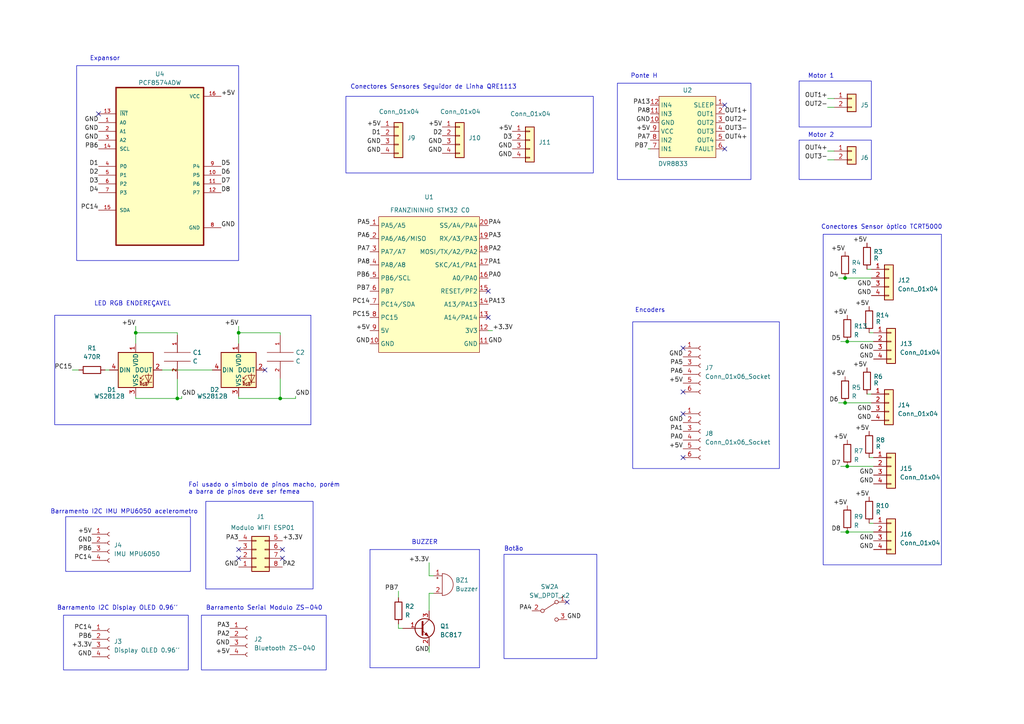
<source format=kicad_sch>
(kicad_sch (version 20230121) (generator eeschema)

  (uuid 78f7b5ba-3541-427b-92fb-2960d6e5eb33)

  (paper "A4")

  (lib_symbols
    (symbol "Connector:Conn_01x04_Female" (pin_names (offset 1.016) hide) (in_bom yes) (on_board yes)
      (property "Reference" "J" (at 0 5.08 0)
        (effects (font (size 1.27 1.27)))
      )
      (property "Value" "Conn_01x04_Female" (at 0 -7.62 0)
        (effects (font (size 1.27 1.27)))
      )
      (property "Footprint" "" (at 0 0 0)
        (effects (font (size 1.27 1.27)) hide)
      )
      (property "Datasheet" "~" (at 0 0 0)
        (effects (font (size 1.27 1.27)) hide)
      )
      (property "ki_keywords" "connector" (at 0 0 0)
        (effects (font (size 1.27 1.27)) hide)
      )
      (property "ki_description" "Generic connector, single row, 01x04, script generated (kicad-library-utils/schlib/autogen/connector/)" (at 0 0 0)
        (effects (font (size 1.27 1.27)) hide)
      )
      (property "ki_fp_filters" "Connector*:*_1x??_*" (at 0 0 0)
        (effects (font (size 1.27 1.27)) hide)
      )
      (symbol "Conn_01x04_Female_1_1"
        (arc (start 0 -4.572) (mid -0.5058 -5.08) (end 0 -5.588)
          (stroke (width 0.1524) (type default))
          (fill (type none))
        )
        (arc (start 0 -2.032) (mid -0.5058 -2.54) (end 0 -3.048)
          (stroke (width 0.1524) (type default))
          (fill (type none))
        )
        (polyline
          (pts
            (xy -1.27 -5.08)
            (xy -0.508 -5.08)
          )
          (stroke (width 0.1524) (type default))
          (fill (type none))
        )
        (polyline
          (pts
            (xy -1.27 -2.54)
            (xy -0.508 -2.54)
          )
          (stroke (width 0.1524) (type default))
          (fill (type none))
        )
        (polyline
          (pts
            (xy -1.27 0)
            (xy -0.508 0)
          )
          (stroke (width 0.1524) (type default))
          (fill (type none))
        )
        (polyline
          (pts
            (xy -1.27 2.54)
            (xy -0.508 2.54)
          )
          (stroke (width 0.1524) (type default))
          (fill (type none))
        )
        (arc (start 0 0.508) (mid -0.5058 0) (end 0 -0.508)
          (stroke (width 0.1524) (type default))
          (fill (type none))
        )
        (arc (start 0 3.048) (mid -0.5058 2.54) (end 0 2.032)
          (stroke (width 0.1524) (type default))
          (fill (type none))
        )
        (pin passive line (at -5.08 2.54 0) (length 3.81)
          (name "Pin_1" (effects (font (size 1.27 1.27))))
          (number "1" (effects (font (size 1.27 1.27))))
        )
        (pin passive line (at -5.08 0 0) (length 3.81)
          (name "Pin_2" (effects (font (size 1.27 1.27))))
          (number "2" (effects (font (size 1.27 1.27))))
        )
        (pin passive line (at -5.08 -2.54 0) (length 3.81)
          (name "Pin_3" (effects (font (size 1.27 1.27))))
          (number "3" (effects (font (size 1.27 1.27))))
        )
        (pin passive line (at -5.08 -5.08 0) (length 3.81)
          (name "Pin_4" (effects (font (size 1.27 1.27))))
          (number "4" (effects (font (size 1.27 1.27))))
        )
      )
    )
    (symbol "Connector:Conn_01x06_Socket" (pin_names (offset 1.016) hide) (in_bom yes) (on_board yes)
      (property "Reference" "J" (at 0 7.62 0)
        (effects (font (size 1.27 1.27)))
      )
      (property "Value" "Conn_01x06_Socket" (at 0 -10.16 0)
        (effects (font (size 1.27 1.27)))
      )
      (property "Footprint" "" (at 0 0 0)
        (effects (font (size 1.27 1.27)) hide)
      )
      (property "Datasheet" "~" (at 0 0 0)
        (effects (font (size 1.27 1.27)) hide)
      )
      (property "ki_locked" "" (at 0 0 0)
        (effects (font (size 1.27 1.27)))
      )
      (property "ki_keywords" "connector" (at 0 0 0)
        (effects (font (size 1.27 1.27)) hide)
      )
      (property "ki_description" "Generic connector, single row, 01x06, script generated" (at 0 0 0)
        (effects (font (size 1.27 1.27)) hide)
      )
      (property "ki_fp_filters" "Connector*:*_1x??_*" (at 0 0 0)
        (effects (font (size 1.27 1.27)) hide)
      )
      (symbol "Conn_01x06_Socket_1_1"
        (arc (start 0 -7.112) (mid -0.5058 -7.62) (end 0 -8.128)
          (stroke (width 0.1524) (type default))
          (fill (type none))
        )
        (arc (start 0 -4.572) (mid -0.5058 -5.08) (end 0 -5.588)
          (stroke (width 0.1524) (type default))
          (fill (type none))
        )
        (arc (start 0 -2.032) (mid -0.5058 -2.54) (end 0 -3.048)
          (stroke (width 0.1524) (type default))
          (fill (type none))
        )
        (polyline
          (pts
            (xy -1.27 -7.62)
            (xy -0.508 -7.62)
          )
          (stroke (width 0.1524) (type default))
          (fill (type none))
        )
        (polyline
          (pts
            (xy -1.27 -5.08)
            (xy -0.508 -5.08)
          )
          (stroke (width 0.1524) (type default))
          (fill (type none))
        )
        (polyline
          (pts
            (xy -1.27 -2.54)
            (xy -0.508 -2.54)
          )
          (stroke (width 0.1524) (type default))
          (fill (type none))
        )
        (polyline
          (pts
            (xy -1.27 0)
            (xy -0.508 0)
          )
          (stroke (width 0.1524) (type default))
          (fill (type none))
        )
        (polyline
          (pts
            (xy -1.27 2.54)
            (xy -0.508 2.54)
          )
          (stroke (width 0.1524) (type default))
          (fill (type none))
        )
        (polyline
          (pts
            (xy -1.27 5.08)
            (xy -0.508 5.08)
          )
          (stroke (width 0.1524) (type default))
          (fill (type none))
        )
        (arc (start 0 0.508) (mid -0.5058 0) (end 0 -0.508)
          (stroke (width 0.1524) (type default))
          (fill (type none))
        )
        (arc (start 0 3.048) (mid -0.5058 2.54) (end 0 2.032)
          (stroke (width 0.1524) (type default))
          (fill (type none))
        )
        (arc (start 0 5.588) (mid -0.5058 5.08) (end 0 4.572)
          (stroke (width 0.1524) (type default))
          (fill (type none))
        )
        (pin passive line (at -5.08 5.08 0) (length 3.81)
          (name "Pin_1" (effects (font (size 1.27 1.27))))
          (number "1" (effects (font (size 1.27 1.27))))
        )
        (pin passive line (at -5.08 2.54 0) (length 3.81)
          (name "Pin_2" (effects (font (size 1.27 1.27))))
          (number "2" (effects (font (size 1.27 1.27))))
        )
        (pin passive line (at -5.08 0 0) (length 3.81)
          (name "Pin_3" (effects (font (size 1.27 1.27))))
          (number "3" (effects (font (size 1.27 1.27))))
        )
        (pin passive line (at -5.08 -2.54 0) (length 3.81)
          (name "Pin_4" (effects (font (size 1.27 1.27))))
          (number "4" (effects (font (size 1.27 1.27))))
        )
        (pin passive line (at -5.08 -5.08 0) (length 3.81)
          (name "Pin_5" (effects (font (size 1.27 1.27))))
          (number "5" (effects (font (size 1.27 1.27))))
        )
        (pin passive line (at -5.08 -7.62 0) (length 3.81)
          (name "Pin_6" (effects (font (size 1.27 1.27))))
          (number "6" (effects (font (size 1.27 1.27))))
        )
      )
    )
    (symbol "Connector_Generic:Conn_01x02" (pin_names (offset 1.016) hide) (in_bom yes) (on_board yes)
      (property "Reference" "J" (at 0 2.54 0)
        (effects (font (size 1.27 1.27)))
      )
      (property "Value" "Conn_01x02" (at 0 -5.08 0)
        (effects (font (size 1.27 1.27)))
      )
      (property "Footprint" "" (at 0 0 0)
        (effects (font (size 1.27 1.27)) hide)
      )
      (property "Datasheet" "~" (at 0 0 0)
        (effects (font (size 1.27 1.27)) hide)
      )
      (property "ki_keywords" "connector" (at 0 0 0)
        (effects (font (size 1.27 1.27)) hide)
      )
      (property "ki_description" "Generic connector, single row, 01x02, script generated (kicad-library-utils/schlib/autogen/connector/)" (at 0 0 0)
        (effects (font (size 1.27 1.27)) hide)
      )
      (property "ki_fp_filters" "Connector*:*_1x??_*" (at 0 0 0)
        (effects (font (size 1.27 1.27)) hide)
      )
      (symbol "Conn_01x02_1_1"
        (rectangle (start -1.27 -2.413) (end 0 -2.667)
          (stroke (width 0.1524) (type default))
          (fill (type none))
        )
        (rectangle (start -1.27 0.127) (end 0 -0.127)
          (stroke (width 0.1524) (type default))
          (fill (type none))
        )
        (rectangle (start -1.27 1.27) (end 1.27 -3.81)
          (stroke (width 0.254) (type default))
          (fill (type background))
        )
        (pin passive line (at -5.08 0 0) (length 3.81)
          (name "Pin_1" (effects (font (size 1.27 1.27))))
          (number "1" (effects (font (size 1.27 1.27))))
        )
        (pin passive line (at -5.08 -2.54 0) (length 3.81)
          (name "Pin_2" (effects (font (size 1.27 1.27))))
          (number "2" (effects (font (size 1.27 1.27))))
        )
      )
    )
    (symbol "Connector_Generic:Conn_01x04" (pin_names (offset 1.016) hide) (in_bom yes) (on_board yes)
      (property "Reference" "J" (at 0 5.08 0)
        (effects (font (size 1.27 1.27)))
      )
      (property "Value" "Conn_01x04" (at 0 -7.62 0)
        (effects (font (size 1.27 1.27)))
      )
      (property "Footprint" "" (at 0 0 0)
        (effects (font (size 1.27 1.27)) hide)
      )
      (property "Datasheet" "~" (at 0 0 0)
        (effects (font (size 1.27 1.27)) hide)
      )
      (property "ki_keywords" "connector" (at 0 0 0)
        (effects (font (size 1.27 1.27)) hide)
      )
      (property "ki_description" "Generic connector, single row, 01x04, script generated (kicad-library-utils/schlib/autogen/connector/)" (at 0 0 0)
        (effects (font (size 1.27 1.27)) hide)
      )
      (property "ki_fp_filters" "Connector*:*_1x??_*" (at 0 0 0)
        (effects (font (size 1.27 1.27)) hide)
      )
      (symbol "Conn_01x04_1_1"
        (rectangle (start -1.27 -4.953) (end 0 -5.207)
          (stroke (width 0.1524) (type default))
          (fill (type none))
        )
        (rectangle (start -1.27 -2.413) (end 0 -2.667)
          (stroke (width 0.1524) (type default))
          (fill (type none))
        )
        (rectangle (start -1.27 0.127) (end 0 -0.127)
          (stroke (width 0.1524) (type default))
          (fill (type none))
        )
        (rectangle (start -1.27 2.667) (end 0 2.413)
          (stroke (width 0.1524) (type default))
          (fill (type none))
        )
        (rectangle (start -1.27 3.81) (end 1.27 -6.35)
          (stroke (width 0.254) (type default))
          (fill (type background))
        )
        (pin passive line (at -5.08 2.54 0) (length 3.81)
          (name "Pin_1" (effects (font (size 1.27 1.27))))
          (number "1" (effects (font (size 1.27 1.27))))
        )
        (pin passive line (at -5.08 0 0) (length 3.81)
          (name "Pin_2" (effects (font (size 1.27 1.27))))
          (number "2" (effects (font (size 1.27 1.27))))
        )
        (pin passive line (at -5.08 -2.54 0) (length 3.81)
          (name "Pin_3" (effects (font (size 1.27 1.27))))
          (number "3" (effects (font (size 1.27 1.27))))
        )
        (pin passive line (at -5.08 -5.08 0) (length 3.81)
          (name "Pin_4" (effects (font (size 1.27 1.27))))
          (number "4" (effects (font (size 1.27 1.27))))
        )
      )
    )
    (symbol "Connector_Generic:Conn_02x04_Top_Bottom" (pin_names (offset 1.016) hide) (in_bom yes) (on_board yes)
      (property "Reference" "J18" (at 1.27 8.255 0)
        (effects (font (size 1.27 1.27)))
      )
      (property "Value" "Modulo WIFI ESP01" (at 1.27 5.715 0)
        (effects (font (size 1.27 1.27)))
      )
      (property "Footprint" "Connector_PinSocket_2.54mm:PinSocket_2x04_P2.54mm_Vertical" (at 0 0 0)
        (effects (font (size 1.27 1.27)) hide)
      )
      (property "Datasheet" "~" (at 0 0 0)
        (effects (font (size 1.27 1.27)) hide)
      )
      (property "ki_keywords" "connector" (at 0 0 0)
        (effects (font (size 1.27 1.27)) hide)
      )
      (property "ki_description" "Generic connector, double row, 02x04, top/bottom pin numbering scheme (row 1: 1...pins_per_row, row2: pins_per_row+1 ... num_pins), script generated (kicad-library-utils/schlib/autogen/connector/)" (at 0 0 0)
        (effects (font (size 1.27 1.27)) hide)
      )
      (property "ki_fp_filters" "Connector*:*_2x??_*" (at 0 0 0)
        (effects (font (size 1.27 1.27)) hide)
      )
      (symbol "Conn_02x04_Top_Bottom_1_1"
        (rectangle (start -1.27 -4.953) (end 0 -5.207)
          (stroke (width 0.1524) (type default))
          (fill (type none))
        )
        (rectangle (start -1.27 -2.413) (end 0 -2.667)
          (stroke (width 0.1524) (type default))
          (fill (type none))
        )
        (rectangle (start -1.27 0.127) (end 0 -0.127)
          (stroke (width 0.1524) (type default))
          (fill (type none))
        )
        (rectangle (start -1.27 2.667) (end 0 2.413)
          (stroke (width 0.1524) (type default))
          (fill (type none))
        )
        (rectangle (start -1.27 3.81) (end 3.81 -6.35)
          (stroke (width 0.254) (type default))
          (fill (type background))
        )
        (rectangle (start 3.81 -4.953) (end 2.54 -5.207)
          (stroke (width 0.1524) (type default))
          (fill (type none))
        )
        (rectangle (start 3.81 -2.413) (end 2.54 -2.667)
          (stroke (width 0.1524) (type default))
          (fill (type none))
        )
        (rectangle (start 3.81 0.127) (end 2.54 -0.127)
          (stroke (width 0.1524) (type default))
          (fill (type none))
        )
        (rectangle (start 3.81 2.667) (end 2.54 2.413)
          (stroke (width 0.1524) (type default))
          (fill (type none))
        )
        (pin passive line (at -5.08 -5.08 0) (length 3.81)
          (name "Pin_1" (effects (font (size 1.27 1.27))))
          (number "1" (effects (font (size 1.27 1.27))))
        )
        (pin passive line (at -5.08 -2.54 0) (length 3.81)
          (name "Pin_2" (effects (font (size 1.27 1.27))))
          (number "2" (effects (font (size 1.27 1.27))))
        )
        (pin passive line (at -5.08 0 0) (length 3.81)
          (name "Pin_3" (effects (font (size 1.27 1.27))))
          (number "3" (effects (font (size 1.27 1.27))))
        )
        (pin passive line (at -5.08 2.54 0) (length 3.81)
          (name "Pin_4" (effects (font (size 1.27 1.27))))
          (number "4" (effects (font (size 1.27 1.27))))
        )
        (pin passive line (at 7.62 2.54 180) (length 3.81)
          (name "Pin_5" (effects (font (size 1.27 1.27))))
          (number "5" (effects (font (size 1.27 1.27))))
        )
        (pin passive line (at 7.62 0 180) (length 3.81)
          (name "Pin_6" (effects (font (size 1.27 1.27))))
          (number "6" (effects (font (size 1.27 1.27))))
        )
        (pin passive line (at 7.62 -2.54 180) (length 3.81)
          (name "Pin_7" (effects (font (size 1.27 1.27))))
          (number "7" (effects (font (size 1.27 1.27))))
        )
        (pin passive line (at 7.62 -5.08 180) (length 3.81)
          (name "Pin_8" (effects (font (size 1.27 1.27))))
          (number "8" (effects (font (size 1.27 1.27))))
        )
      )
    )
    (symbol "Device:Buzzer" (pin_names (offset 0.0254) hide) (in_bom yes) (on_board yes)
      (property "Reference" "BZ" (at 3.81 1.27 0)
        (effects (font (size 1.27 1.27)) (justify left))
      )
      (property "Value" "Buzzer" (at 3.81 -1.27 0)
        (effects (font (size 1.27 1.27)) (justify left))
      )
      (property "Footprint" "" (at -0.635 2.54 90)
        (effects (font (size 1.27 1.27)) hide)
      )
      (property "Datasheet" "~" (at -0.635 2.54 90)
        (effects (font (size 1.27 1.27)) hide)
      )
      (property "ki_keywords" "quartz resonator ceramic" (at 0 0 0)
        (effects (font (size 1.27 1.27)) hide)
      )
      (property "ki_description" "Buzzer, polarized" (at 0 0 0)
        (effects (font (size 1.27 1.27)) hide)
      )
      (property "ki_fp_filters" "*Buzzer*" (at 0 0 0)
        (effects (font (size 1.27 1.27)) hide)
      )
      (symbol "Buzzer_0_1"
        (arc (start 0 -3.175) (mid 3.1612 0) (end 0 3.175)
          (stroke (width 0) (type default))
          (fill (type none))
        )
        (polyline
          (pts
            (xy -1.651 1.905)
            (xy -1.143 1.905)
          )
          (stroke (width 0) (type default))
          (fill (type none))
        )
        (polyline
          (pts
            (xy -1.397 2.159)
            (xy -1.397 1.651)
          )
          (stroke (width 0) (type default))
          (fill (type none))
        )
        (polyline
          (pts
            (xy 0 3.175)
            (xy 0 -3.175)
          )
          (stroke (width 0) (type default))
          (fill (type none))
        )
      )
      (symbol "Buzzer_1_1"
        (pin passive line (at -2.54 2.54 0) (length 2.54)
          (name "-" (effects (font (size 1.27 1.27))))
          (number "1" (effects (font (size 1.27 1.27))))
        )
        (pin passive line (at -2.54 -2.54 0) (length 2.54)
          (name "+" (effects (font (size 1.27 1.27))))
          (number "2" (effects (font (size 1.27 1.27))))
        )
      )
    )
    (symbol "Device:R" (pin_numbers hide) (pin_names (offset 0)) (in_bom yes) (on_board yes)
      (property "Reference" "R" (at 2.032 0 90)
        (effects (font (size 1.27 1.27)))
      )
      (property "Value" "R" (at 0 0 90)
        (effects (font (size 1.27 1.27)))
      )
      (property "Footprint" "" (at -1.778 0 90)
        (effects (font (size 1.27 1.27)) hide)
      )
      (property "Datasheet" "~" (at 0 0 0)
        (effects (font (size 1.27 1.27)) hide)
      )
      (property "ki_keywords" "R res resistor" (at 0 0 0)
        (effects (font (size 1.27 1.27)) hide)
      )
      (property "ki_description" "Resistor" (at 0 0 0)
        (effects (font (size 1.27 1.27)) hide)
      )
      (property "ki_fp_filters" "R_*" (at 0 0 0)
        (effects (font (size 1.27 1.27)) hide)
      )
      (symbol "R_0_1"
        (rectangle (start -1.016 -2.54) (end 1.016 2.54)
          (stroke (width 0.254) (type default))
          (fill (type none))
        )
      )
      (symbol "R_1_1"
        (pin passive line (at 0 3.81 270) (length 1.27)
          (name "~" (effects (font (size 1.27 1.27))))
          (number "1" (effects (font (size 1.27 1.27))))
        )
        (pin passive line (at 0 -3.81 90) (length 1.27)
          (name "~" (effects (font (size 1.27 1.27))))
          (number "2" (effects (font (size 1.27 1.27))))
        )
      )
    )
    (symbol "LED:WS2812B" (pin_names (offset 0.254)) (in_bom yes) (on_board yes)
      (property "Reference" "D" (at 5.08 5.715 0)
        (effects (font (size 1.27 1.27)) (justify right bottom))
      )
      (property "Value" "WS2812B" (at 1.27 -5.715 0)
        (effects (font (size 1.27 1.27)) (justify left top))
      )
      (property "Footprint" "LED_SMD:LED_WS2812B_PLCC4_5.0x5.0mm_P3.2mm" (at 1.27 -7.62 0)
        (effects (font (size 1.27 1.27)) (justify left top) hide)
      )
      (property "Datasheet" "https://cdn-shop.adafruit.com/datasheets/WS2812B.pdf" (at 2.54 -9.525 0)
        (effects (font (size 1.27 1.27)) (justify left top) hide)
      )
      (property "ki_keywords" "RGB LED NeoPixel addressable" (at 0 0 0)
        (effects (font (size 1.27 1.27)) hide)
      )
      (property "ki_description" "RGB LED with integrated controller" (at 0 0 0)
        (effects (font (size 1.27 1.27)) hide)
      )
      (property "ki_fp_filters" "LED*WS2812*PLCC*5.0x5.0mm*P3.2mm*" (at 0 0 0)
        (effects (font (size 1.27 1.27)) hide)
      )
      (symbol "WS2812B_0_0"
        (text "RGB" (at 2.286 -4.191 0)
          (effects (font (size 0.762 0.762)))
        )
      )
      (symbol "WS2812B_0_1"
        (polyline
          (pts
            (xy 1.27 -3.556)
            (xy 1.778 -3.556)
          )
          (stroke (width 0) (type default))
          (fill (type none))
        )
        (polyline
          (pts
            (xy 1.27 -2.54)
            (xy 1.778 -2.54)
          )
          (stroke (width 0) (type default))
          (fill (type none))
        )
        (polyline
          (pts
            (xy 4.699 -3.556)
            (xy 2.667 -3.556)
          )
          (stroke (width 0) (type default))
          (fill (type none))
        )
        (polyline
          (pts
            (xy 2.286 -2.54)
            (xy 1.27 -3.556)
            (xy 1.27 -3.048)
          )
          (stroke (width 0) (type default))
          (fill (type none))
        )
        (polyline
          (pts
            (xy 2.286 -1.524)
            (xy 1.27 -2.54)
            (xy 1.27 -2.032)
          )
          (stroke (width 0) (type default))
          (fill (type none))
        )
        (polyline
          (pts
            (xy 3.683 -1.016)
            (xy 3.683 -3.556)
            (xy 3.683 -4.064)
          )
          (stroke (width 0) (type default))
          (fill (type none))
        )
        (polyline
          (pts
            (xy 4.699 -1.524)
            (xy 2.667 -1.524)
            (xy 3.683 -3.556)
            (xy 4.699 -1.524)
          )
          (stroke (width 0) (type default))
          (fill (type none))
        )
        (rectangle (start 5.08 5.08) (end -5.08 -5.08)
          (stroke (width 0.254) (type default))
          (fill (type background))
        )
      )
      (symbol "WS2812B_1_1"
        (pin power_in line (at 0 7.62 270) (length 2.54)
          (name "VDD" (effects (font (size 1.27 1.27))))
          (number "1" (effects (font (size 1.27 1.27))))
        )
        (pin output line (at 7.62 0 180) (length 2.54)
          (name "DOUT" (effects (font (size 1.27 1.27))))
          (number "2" (effects (font (size 1.27 1.27))))
        )
        (pin power_in line (at 0 -7.62 90) (length 2.54)
          (name "VSS" (effects (font (size 1.27 1.27))))
          (number "3" (effects (font (size 1.27 1.27))))
        )
        (pin input line (at -7.62 0 0) (length 2.54)
          (name "DIN" (effects (font (size 1.27 1.27))))
          (number "4" (effects (font (size 1.27 1.27))))
        )
      )
    )
    (symbol "PCF8574ADW:PCF8574ADW" (pin_names (offset 1.016)) (in_bom yes) (on_board yes)
      (property "Reference" "U" (at -12.7 23.86 0)
        (effects (font (size 1.27 1.27)) (justify left bottom))
      )
      (property "Value" "PCF8574ADW" (at -12.7 -26.86 0)
        (effects (font (size 1.27 1.27)) (justify left bottom))
      )
      (property "Footprint" "PCF8574ADW:SOIC127P1030X265-16N" (at 0 0 0)
        (effects (font (size 1.27 1.27)) (justify bottom) hide)
      )
      (property "Datasheet" "" (at 0 0 0)
        (effects (font (size 1.27 1.27)) hide)
      )
      (property "MF" "Texas Instruments" (at 0 0 0)
        (effects (font (size 1.27 1.27)) (justify bottom) hide)
      )
      (property "Description" "\n8-bit 2.5- to 5.5-V I2C/SMBus I/O expander with interrupt\n" (at 0 0 0)
        (effects (font (size 1.27 1.27)) (justify bottom) hide)
      )
      (property "Package" "SOIC-16 Texas Instruments" (at 0 0 0)
        (effects (font (size 1.27 1.27)) (justify bottom) hide)
      )
      (property "Price" "None" (at 0 0 0)
        (effects (font (size 1.27 1.27)) (justify bottom) hide)
      )
      (property "SnapEDA_Link" "https://www.snapeda.com/parts/PCF8574ADW/Texas+Instruments/view-part/?ref=snap" (at 0 0 0)
        (effects (font (size 1.27 1.27)) (justify bottom) hide)
      )
      (property "MP" "PCF8574ADW" (at 0 0 0)
        (effects (font (size 1.27 1.27)) (justify bottom) hide)
      )
      (property "Purchase-URL" "https://www.snapeda.com/api/url_track_click_mouser/?unipart_id=554599&manufacturer=Texas Instruments&part_name=PCF8574ADW&search_term=pcf8574" (at 0 0 0)
        (effects (font (size 1.27 1.27)) (justify bottom) hide)
      )
      (property "Availability" "In Stock" (at 0 0 0)
        (effects (font (size 1.27 1.27)) (justify bottom) hide)
      )
      (property "Check_prices" "https://www.snapeda.com/parts/PCF8574ADW/Texas+Instruments/view-part/?ref=eda" (at 0 0 0)
        (effects (font (size 1.27 1.27)) (justify bottom) hide)
      )
      (symbol "PCF8574ADW_0_0"
        (rectangle (start -12.7 -22.86) (end 12.7 22.86)
          (stroke (width 0.41) (type default))
          (fill (type background))
        )
        (pin input line (at -17.78 12.7 0) (length 5.08)
          (name "A0" (effects (font (size 1.016 1.016))))
          (number "1" (effects (font (size 1.016 1.016))))
        )
        (pin bidirectional line (at 17.78 -2.54 180) (length 5.08)
          (name "P5" (effects (font (size 1.016 1.016))))
          (number "10" (effects (font (size 1.016 1.016))))
        )
        (pin bidirectional line (at 17.78 -5.08 180) (length 5.08)
          (name "P6" (effects (font (size 1.016 1.016))))
          (number "11" (effects (font (size 1.016 1.016))))
        )
        (pin bidirectional line (at 17.78 -7.62 180) (length 5.08)
          (name "P7" (effects (font (size 1.016 1.016))))
          (number "12" (effects (font (size 1.016 1.016))))
        )
        (pin input line (at -17.78 15.24 0) (length 5.08)
          (name "~{INT}" (effects (font (size 1.016 1.016))))
          (number "13" (effects (font (size 1.016 1.016))))
        )
        (pin input line (at -17.78 5.08 0) (length 5.08)
          (name "SCL" (effects (font (size 1.016 1.016))))
          (number "14" (effects (font (size 1.016 1.016))))
        )
        (pin bidirectional line (at -17.78 -12.7 0) (length 5.08)
          (name "SDA" (effects (font (size 1.016 1.016))))
          (number "15" (effects (font (size 1.016 1.016))))
        )
        (pin power_in line (at 17.78 20.32 180) (length 5.08)
          (name "VCC" (effects (font (size 1.016 1.016))))
          (number "16" (effects (font (size 1.016 1.016))))
        )
        (pin input line (at -17.78 10.16 0) (length 5.08)
          (name "A1" (effects (font (size 1.016 1.016))))
          (number "2" (effects (font (size 1.016 1.016))))
        )
        (pin input line (at -17.78 7.62 0) (length 5.08)
          (name "A2" (effects (font (size 1.016 1.016))))
          (number "3" (effects (font (size 1.016 1.016))))
        )
        (pin bidirectional line (at -17.78 0 0) (length 5.08)
          (name "P0" (effects (font (size 1.016 1.016))))
          (number "4" (effects (font (size 1.016 1.016))))
        )
        (pin bidirectional line (at -17.78 -2.54 0) (length 5.08)
          (name "P1" (effects (font (size 1.016 1.016))))
          (number "5" (effects (font (size 1.016 1.016))))
        )
        (pin bidirectional line (at -17.78 -5.08 0) (length 5.08)
          (name "P2" (effects (font (size 1.016 1.016))))
          (number "6" (effects (font (size 1.016 1.016))))
        )
        (pin bidirectional line (at -17.78 -7.62 0) (length 5.08)
          (name "P3" (effects (font (size 1.016 1.016))))
          (number "7" (effects (font (size 1.016 1.016))))
        )
        (pin power_in line (at 17.78 -17.78 180) (length 5.08)
          (name "GND" (effects (font (size 1.016 1.016))))
          (number "8" (effects (font (size 1.016 1.016))))
        )
        (pin bidirectional line (at 17.78 0 180) (length 5.08)
          (name "P4" (effects (font (size 1.016 1.016))))
          (number "9" (effects (font (size 1.016 1.016))))
        )
      )
    )
    (symbol "Rog_Library:FRANZININHO_STM_C0" (in_bom yes) (on_board yes)
      (property "Reference" "U1" (at 14.605 8.128 0)
        (effects (font (size 1.27 1.27)))
      )
      (property "Value" "FRANZININHO STM32 C0" (at 14.859 1.905 0)
        (effects (font (size 1.27 1.27)))
      )
      (property "Footprint" "" (at 0 -1.27 0)
        (effects (font (size 1.27 1.27)) hide)
      )
      (property "Datasheet" "" (at 0 -1.27 0)
        (effects (font (size 1.27 1.27)) hide)
      )
      (property "ki_locked" "" (at 0 0 0)
        (effects (font (size 1.27 1.27)))
      )
      (symbol "FRANZININHO_STM_C0_0_0"
        (text "" (at 20.32 3.81 0)
          (effects (font (size 1.27 1.27)))
        )
        (text "" (at 20.32 3.81 0)
          (effects (font (size 1.27 1.27)))
        )
      )
      (symbol "FRANZININHO_STM_C0_1_1"
        (rectangle (start 0 0) (end 29.21 -39.37)
          (stroke (width 0) (type solid))
          (fill (type background))
        )
        (pin bidirectional line (at -2.54 -2.54 0) (length 2.54)
          (name "PA5/A5" (effects (font (size 1.27 1.27))))
          (number "1" (effects (font (size 1.27 1.27))))
        )
        (pin power_in line (at -2.54 -36.83 0) (length 2.54)
          (name "GND" (effects (font (size 1.27 1.27))))
          (number "10" (effects (font (size 1.27 1.27))))
        )
        (pin power_in line (at 31.75 -36.83 180) (length 2.54)
          (name "GND" (effects (font (size 1.27 1.27))))
          (number "11" (effects (font (size 1.27 1.27))))
        )
        (pin power_out line (at 31.75 -33.02 180) (length 2.54)
          (name "3V3" (effects (font (size 1.27 1.27))))
          (number "12" (effects (font (size 1.27 1.27))))
        )
        (pin bidirectional line (at 31.75 -29.21 180) (length 2.54)
          (name "A14/PA14" (effects (font (size 1.27 1.27))))
          (number "13" (effects (font (size 1.27 1.27))))
        )
        (pin bidirectional line (at 31.75 -25.4 180) (length 2.54)
          (name "A13/PA13" (effects (font (size 1.27 1.27))))
          (number "14" (effects (font (size 1.27 1.27))))
        )
        (pin bidirectional line (at 31.75 -21.59 180) (length 2.54)
          (name "RESET/PF2" (effects (font (size 1.27 1.27))))
          (number "15" (effects (font (size 1.27 1.27))))
        )
        (pin bidirectional line (at 31.75 -17.78 180) (length 2.54)
          (name "A0/PA0" (effects (font (size 1.27 1.27))))
          (number "16" (effects (font (size 1.27 1.27))))
        )
        (pin bidirectional line (at 31.75 -13.97 180) (length 2.54)
          (name "SKC/A1/PA1" (effects (font (size 1.27 1.27))))
          (number "17" (effects (font (size 1.27 1.27))))
        )
        (pin bidirectional line (at 31.75 -10.16 180) (length 2.54)
          (name "MOSI/TX/A2/PA2" (effects (font (size 1.27 1.27))))
          (number "18" (effects (font (size 1.27 1.27))))
        )
        (pin bidirectional line (at 31.75 -6.35 180) (length 2.54)
          (name "RX/A3/PA3" (effects (font (size 1.27 1.27))))
          (number "19" (effects (font (size 1.27 1.27))))
        )
        (pin bidirectional line (at -2.54 -6.35 0) (length 2.54)
          (name "PA6/A6/MISO" (effects (font (size 1.27 1.27))))
          (number "2" (effects (font (size 1.27 1.27))))
        )
        (pin bidirectional line (at 31.75 -2.54 180) (length 2.54)
          (name "SS/A4/PA4" (effects (font (size 1.27 1.27))))
          (number "20" (effects (font (size 1.27 1.27))))
        )
        (pin bidirectional line (at -2.54 -10.16 0) (length 2.54)
          (name "PA7/A7" (effects (font (size 1.27 1.27))))
          (number "3" (effects (font (size 1.27 1.27))))
        )
        (pin bidirectional line (at -2.54 -13.97 0) (length 2.54)
          (name "PA8/A8" (effects (font (size 1.27 1.27))))
          (number "4" (effects (font (size 1.27 1.27))))
        )
        (pin bidirectional line (at -2.54 -17.78 0) (length 2.54)
          (name "PB6/SCL" (effects (font (size 1.27 1.27))))
          (number "5" (effects (font (size 1.27 1.27))))
        )
        (pin bidirectional line (at -2.54 -21.59 0) (length 2.54)
          (name "PB7" (effects (font (size 1.27 1.27))))
          (number "6" (effects (font (size 1.27 1.27))))
        )
        (pin bidirectional line (at -2.54 -25.4 0) (length 2.54)
          (name "PC14/SDA" (effects (font (size 1.27 1.27))))
          (number "7" (effects (font (size 1.27 1.27))))
        )
        (pin bidirectional line (at -2.54 -29.21 0) (length 2.54)
          (name "PC15" (effects (font (size 1.27 1.27))))
          (number "8" (effects (font (size 1.27 1.27))))
        )
        (pin power_out line (at -2.54 -33.02 0) (length 2.54)
          (name "5V" (effects (font (size 1.27 1.27))))
          (number "9" (effects (font (size 1.27 1.27))))
        )
      )
    )
    (symbol "Rog_Library:MOD_DVR8833" (in_bom yes) (on_board yes)
      (property "Reference" "U" (at 0 1.27 0)
        (effects (font (size 1.27 1.27)))
      )
      (property "Value" "" (at 16.51 0 0)
        (effects (font (size 1.27 1.27)))
      )
      (property "Footprint" "" (at 16.51 0 0)
        (effects (font (size 1.27 1.27)) hide)
      )
      (property "Datasheet" "" (at 16.51 0 0)
        (effects (font (size 1.27 1.27)) hide)
      )
      (symbol "MOD_DVR8833_0_1"
        (rectangle (start 0 0) (end 16.51 -17.78)
          (stroke (width 0) (type default))
          (fill (type background))
        )
      )
      (symbol "MOD_DVR8833_1_1"
        (pin input line (at -2.54 -2.54 0) (length 2.54)
          (name "SLEEP" (effects (font (size 1.27 1.27))))
          (number "1" (effects (font (size 1.27 1.27))))
        )
        (pin power_out line (at 19.05 -7.62 180) (length 2.54)
          (name "GND" (effects (font (size 1.27 1.27))))
          (number "10" (effects (font (size 1.27 1.27))))
        )
        (pin input line (at 19.05 -5.08 180) (length 2.54)
          (name "IN3" (effects (font (size 1.27 1.27))))
          (number "11" (effects (font (size 1.27 1.27))))
        )
        (pin input line (at 19.05 -2.54 180) (length 2.54)
          (name "IN4" (effects (font (size 1.27 1.27))))
          (number "12" (effects (font (size 1.27 1.27))))
        )
        (pin output line (at -2.54 -5.08 0) (length 2.54)
          (name "OUT1" (effects (font (size 1.27 1.27))))
          (number "2" (effects (font (size 1.27 1.27))))
        )
        (pin output line (at -2.54 -7.62 0) (length 2.54)
          (name "OUT2" (effects (font (size 1.27 1.27))))
          (number "3" (effects (font (size 1.27 1.27))))
        )
        (pin output line (at -2.54 -10.16 0) (length 2.54)
          (name "OUT3" (effects (font (size 1.27 1.27))))
          (number "4" (effects (font (size 1.27 1.27))))
        )
        (pin output line (at -2.54 -12.7 0) (length 2.54)
          (name "OUT4" (effects (font (size 1.27 1.27))))
          (number "5" (effects (font (size 1.27 1.27))))
        )
        (pin output line (at -2.54 -15.24 0) (length 2.54)
          (name "FAULT" (effects (font (size 1.27 1.27))))
          (number "6" (effects (font (size 1.27 1.27))))
        )
        (pin input line (at 19.05 -15.24 180) (length 2.54)
          (name "IN1" (effects (font (size 1.27 1.27))))
          (number "7" (effects (font (size 1.27 1.27))))
        )
        (pin input line (at 19.05 -12.7 180) (length 2.54)
          (name "IN2" (effects (font (size 1.27 1.27))))
          (number "8" (effects (font (size 1.27 1.27))))
        )
        (pin power_in line (at 19.05 -10.16 180) (length 2.54)
          (name "VCC" (effects (font (size 1.27 1.27))))
          (number "9" (effects (font (size 1.27 1.27))))
        )
      )
    )
    (symbol "Switch:SW_DPDT_x2" (pin_names (offset 0) hide) (in_bom yes) (on_board yes)
      (property "Reference" "SW" (at 0 4.318 0)
        (effects (font (size 1.27 1.27)))
      )
      (property "Value" "SW_DPDT_x2" (at 0 -5.08 0)
        (effects (font (size 1.27 1.27)))
      )
      (property "Footprint" "" (at 0 0 0)
        (effects (font (size 1.27 1.27)) hide)
      )
      (property "Datasheet" "~" (at 0 0 0)
        (effects (font (size 1.27 1.27)) hide)
      )
      (property "ki_keywords" "switch dual-pole double-throw DPDT spdt ON-ON" (at 0 0 0)
        (effects (font (size 1.27 1.27)) hide)
      )
      (property "ki_description" "Switch, dual pole double throw, separate symbols" (at 0 0 0)
        (effects (font (size 1.27 1.27)) hide)
      )
      (property "ki_fp_filters" "SW*DPDT*" (at 0 0 0)
        (effects (font (size 1.27 1.27)) hide)
      )
      (symbol "SW_DPDT_x2_0_0"
        (circle (center -2.032 0) (radius 0.508)
          (stroke (width 0) (type default))
          (fill (type none))
        )
        (circle (center 2.032 -2.54) (radius 0.508)
          (stroke (width 0) (type default))
          (fill (type none))
        )
      )
      (symbol "SW_DPDT_x2_0_1"
        (polyline
          (pts
            (xy -1.524 0.254)
            (xy 1.651 2.286)
          )
          (stroke (width 0) (type default))
          (fill (type none))
        )
        (circle (center 2.032 2.54) (radius 0.508)
          (stroke (width 0) (type default))
          (fill (type none))
        )
      )
      (symbol "SW_DPDT_x2_1_1"
        (pin passive line (at 5.08 2.54 180) (length 2.54)
          (name "A" (effects (font (size 1.27 1.27))))
          (number "1" (effects (font (size 1.27 1.27))))
        )
        (pin passive line (at -5.08 0 0) (length 2.54)
          (name "B" (effects (font (size 1.27 1.27))))
          (number "2" (effects (font (size 1.27 1.27))))
        )
        (pin passive line (at 5.08 -2.54 180) (length 2.54)
          (name "C" (effects (font (size 1.27 1.27))))
          (number "3" (effects (font (size 1.27 1.27))))
        )
      )
      (symbol "SW_DPDT_x2_2_1"
        (pin passive line (at 5.08 2.54 180) (length 2.54)
          (name "A" (effects (font (size 1.27 1.27))))
          (number "4" (effects (font (size 1.27 1.27))))
        )
        (pin passive line (at -5.08 0 0) (length 2.54)
          (name "B" (effects (font (size 1.27 1.27))))
          (number "5" (effects (font (size 1.27 1.27))))
        )
        (pin passive line (at 5.08 -2.54 180) (length 2.54)
          (name "C" (effects (font (size 1.27 1.27))))
          (number "6" (effects (font (size 1.27 1.27))))
        )
      )
    )
    (symbol "Transistor_BJT:BC817" (pin_names (offset 0) hide) (in_bom yes) (on_board yes)
      (property "Reference" "Q" (at 5.08 1.905 0)
        (effects (font (size 1.27 1.27)) (justify left))
      )
      (property "Value" "BC817" (at 5.08 0 0)
        (effects (font (size 1.27 1.27)) (justify left))
      )
      (property "Footprint" "Package_TO_SOT_SMD:SOT-23" (at 5.08 -1.905 0)
        (effects (font (size 1.27 1.27) italic) (justify left) hide)
      )
      (property "Datasheet" "https://www.onsemi.com/pub/Collateral/BC818-D.pdf" (at 0 0 0)
        (effects (font (size 1.27 1.27)) (justify left) hide)
      )
      (property "ki_keywords" "NPN Transistor" (at 0 0 0)
        (effects (font (size 1.27 1.27)) hide)
      )
      (property "ki_description" "0.8A Ic, 45V Vce, NPN Transistor, SOT-23" (at 0 0 0)
        (effects (font (size 1.27 1.27)) hide)
      )
      (property "ki_fp_filters" "SOT?23*" (at 0 0 0)
        (effects (font (size 1.27 1.27)) hide)
      )
      (symbol "BC817_0_1"
        (polyline
          (pts
            (xy 0.635 0.635)
            (xy 2.54 2.54)
          )
          (stroke (width 0) (type default))
          (fill (type none))
        )
        (polyline
          (pts
            (xy 0.635 -0.635)
            (xy 2.54 -2.54)
            (xy 2.54 -2.54)
          )
          (stroke (width 0) (type default))
          (fill (type none))
        )
        (polyline
          (pts
            (xy 0.635 1.905)
            (xy 0.635 -1.905)
            (xy 0.635 -1.905)
          )
          (stroke (width 0.508) (type default))
          (fill (type none))
        )
        (polyline
          (pts
            (xy 1.27 -1.778)
            (xy 1.778 -1.27)
            (xy 2.286 -2.286)
            (xy 1.27 -1.778)
            (xy 1.27 -1.778)
          )
          (stroke (width 0) (type default))
          (fill (type outline))
        )
        (circle (center 1.27 0) (radius 2.8194)
          (stroke (width 0.254) (type default))
          (fill (type none))
        )
      )
      (symbol "BC817_1_1"
        (pin input line (at -5.08 0 0) (length 5.715)
          (name "B" (effects (font (size 1.27 1.27))))
          (number "1" (effects (font (size 1.27 1.27))))
        )
        (pin passive line (at 2.54 -5.08 90) (length 2.54)
          (name "E" (effects (font (size 1.27 1.27))))
          (number "2" (effects (font (size 1.27 1.27))))
        )
        (pin passive line (at 2.54 5.08 270) (length 2.54)
          (name "C" (effects (font (size 1.27 1.27))))
          (number "3" (effects (font (size 1.27 1.27))))
        )
      )
    )
    (symbol "pspice:C" (pin_names (offset 0.254)) (in_bom yes) (on_board yes)
      (property "Reference" "C" (at 2.54 3.81 90)
        (effects (font (size 1.27 1.27)))
      )
      (property "Value" "C" (at 2.54 -3.81 90)
        (effects (font (size 1.27 1.27)))
      )
      (property "Footprint" "" (at 0 0 0)
        (effects (font (size 1.27 1.27)) hide)
      )
      (property "Datasheet" "~" (at 0 0 0)
        (effects (font (size 1.27 1.27)) hide)
      )
      (property "ki_keywords" "simulation" (at 0 0 0)
        (effects (font (size 1.27 1.27)) hide)
      )
      (property "ki_description" "Capacitor symbol for simulation only" (at 0 0 0)
        (effects (font (size 1.27 1.27)) hide)
      )
      (symbol "C_0_1"
        (polyline
          (pts
            (xy -3.81 -1.27)
            (xy 3.81 -1.27)
          )
          (stroke (width 0) (type default))
          (fill (type none))
        )
        (polyline
          (pts
            (xy -3.81 1.27)
            (xy 3.81 1.27)
          )
          (stroke (width 0) (type default))
          (fill (type none))
        )
      )
      (symbol "C_1_1"
        (pin passive line (at 0 6.35 270) (length 5.08)
          (name "~" (effects (font (size 1.016 1.016))))
          (number "1" (effects (font (size 1.016 1.016))))
        )
        (pin passive line (at 0 -6.35 90) (length 5.08)
          (name "~" (effects (font (size 1.016 1.016))))
          (number "2" (effects (font (size 1.016 1.016))))
        )
      )
    )
  )

  (junction (at 69.215 96.52) (diameter 0) (color 0 0 0 0)
    (uuid 2575863a-dcfa-4707-89d0-27717fc9dd42)
  )
  (junction (at 245.745 154.305) (diameter 0) (color 0 0 0 0)
    (uuid 38ed15c6-c06d-4d8b-8d6e-97f4ba64e3e2)
  )
  (junction (at 245.745 135.255) (diameter 0) (color 0 0 0 0)
    (uuid 659b50e7-3c55-4922-994a-5728f114e76b)
  )
  (junction (at 245.745 99.06) (diameter 0) (color 0 0 0 0)
    (uuid 7dfddfa2-3444-484e-8639-1a4358e25750)
  )
  (junction (at 245.11 80.645) (diameter 0) (color 0 0 0 0)
    (uuid 9a1321dd-72e9-43f3-abb7-cbbc6e03e6a5)
  )
  (junction (at 81.28 115.57) (diameter 0) (color 0 0 0 0)
    (uuid a99e5b3b-a4df-489d-afb4-538f5fdb46c5)
  )
  (junction (at 51.435 115.57) (diameter 0) (color 0 0 0 0)
    (uuid f37d9d8e-300d-428e-bdb7-f534e0916c59)
  )
  (junction (at 39.37 96.52) (diameter 0) (color 0 0 0 0)
    (uuid f42027a0-aefa-41e1-8c63-377d3e77bdc8)
  )
  (junction (at 245.11 116.84) (diameter 0) (color 0 0 0 0)
    (uuid fcb0f803-07df-4330-a285-223a23ecad6a)
  )

  (no_connect (at 28.575 33.02) (uuid 036a650c-8917-4e9c-a33c-2ed4a730f982))
  (no_connect (at 81.915 159.385) (uuid 0b097676-e82b-4426-a85c-098963535b27))
  (no_connect (at 164.465 174.625) (uuid 4417249b-6d8c-4997-813c-e22d37b83512))
  (no_connect (at 76.835 107.315) (uuid 5e061ba2-7f52-45cb-910d-552141593156))
  (no_connect (at 210.185 43.18) (uuid 632cec82-c0a1-4968-920d-bd054812d82f))
  (no_connect (at 141.605 92.075) (uuid 6a7346ab-1c3f-4883-9a73-e4e13cb8ef9f))
  (no_connect (at 198.12 120.015) (uuid 8721d7cd-7f0a-4f39-bdc3-ac017e023661))
  (no_connect (at 198.12 100.965) (uuid 8892eb2d-fdb5-4e3f-9892-a206ddbb0fb3))
  (no_connect (at 69.215 161.925) (uuid 8cac648c-a5fa-466f-a23d-15c8b451aa4b))
  (no_connect (at 141.605 84.455) (uuid 9368ca06-1d16-4276-a8ce-4d7e4655341c))
  (no_connect (at 81.915 161.925) (uuid 940834ff-3bef-4fc9-8f35-cd58d6914109))
  (no_connect (at 69.215 159.385) (uuid acab9551-99a0-49f1-a57c-9cf818f1f6e9))
  (no_connect (at 198.12 132.715) (uuid c586c8cd-a28a-4c8f-b815-ff99743e734a))
  (no_connect (at 198.12 113.665) (uuid f4d05d73-0522-4e59-873f-74ca1671c365))
  (no_connect (at 210.185 30.48) (uuid ffab14bb-6ce2-4a25-bb05-c9240b3af5b0))

  (wire (pts (xy 245.11 116.84) (xy 252.73 116.84))
    (stroke (width 0) (type default))
    (uuid 0014035c-8ed8-47f8-90c0-41c90ac8b69d)
  )
  (wire (pts (xy 30.48 107.315) (xy 31.75 107.315))
    (stroke (width 0) (type default))
    (uuid 08134b9d-33d2-4c84-9c88-b6e518c135dd)
  )
  (wire (pts (xy 39.37 94.615) (xy 39.37 96.52))
    (stroke (width 0) (type default))
    (uuid 09f53cb1-8c1a-41b4-8319-56e9de0dfbe3)
  )
  (wire (pts (xy 20.955 107.315) (xy 22.86 107.315))
    (stroke (width 0) (type default))
    (uuid 0f93df6d-57cd-4d9e-ae67-f751ae4808b0)
  )
  (wire (pts (xy 124.46 172.085) (xy 125.73 172.085))
    (stroke (width 0) (type default))
    (uuid 1618ad11-cd4d-424c-85cd-1f2336322567)
  )
  (wire (pts (xy 245.11 80.645) (xy 252.73 80.645))
    (stroke (width 0) (type default))
    (uuid 1894e5a9-bddf-4e31-9c1b-6fb0e2018da6)
  )
  (wire (pts (xy 69.215 94.615) (xy 69.215 96.52))
    (stroke (width 0) (type default))
    (uuid 1e7f3de4-1a24-4247-a2f3-92c3c52d52cd)
  )
  (polyline (pts (xy 90.17 123.19) (xy 16.51 123.19))
    (stroke (width 0) (type default))
    (uuid 21e4c44e-f982-4c63-a0cb-3841205c74e7)
  )
  (polyline (pts (xy 139.065 193.675) (xy 107.315 193.675))
    (stroke (width 0) (type default))
    (uuid 23011646-3fef-4861-a71a-2cd265a7a251)
  )

  (wire (pts (xy 52.705 115.57) (xy 52.705 114.935))
    (stroke (width 0) (type default))
    (uuid 2e3efb25-e3f4-48d0-978b-7c5d74c03805)
  )
  (polyline (pts (xy 15.875 91.44) (xy 90.17 91.44))
    (stroke (width 0) (type default))
    (uuid 33ef2fbe-eea8-4c91-b7b9-a18986e4edc7)
  )
  (polyline (pts (xy 107.315 159.385) (xy 139.065 159.385))
    (stroke (width 0) (type default))
    (uuid 3ad83d1e-f8e1-41c4-8243-0d3937bbdc27)
  )

  (wire (pts (xy 81.28 109.855) (xy 81.28 115.57))
    (stroke (width 0) (type default))
    (uuid 43fd9d56-ffb9-4831-b1b0-e278cf052d1f)
  )
  (wire (pts (xy 81.28 96.52) (xy 69.215 96.52))
    (stroke (width 0) (type default))
    (uuid 48def178-dd16-42cd-801f-2f4046d5ced3)
  )
  (wire (pts (xy 85.725 115.57) (xy 85.725 114.935))
    (stroke (width 0) (type default))
    (uuid 4eaec614-611e-442a-9074-584b859c6e7b)
  )
  (wire (pts (xy 69.215 96.52) (xy 69.215 99.695))
    (stroke (width 0) (type default))
    (uuid 54d8592b-be8b-4b4c-bde9-b9f0ccfb919d)
  )
  (wire (pts (xy 46.99 107.315) (xy 61.595 107.315))
    (stroke (width 0) (type default))
    (uuid 54fc7a9d-3677-490a-b4f4-2cb526780fa0)
  )
  (wire (pts (xy 115.57 180.975) (xy 115.57 182.245))
    (stroke (width 0) (type default))
    (uuid 58541276-dbc7-45e5-9a52-9ff935db7c65)
  )
  (wire (pts (xy 252.095 96.52) (xy 253.365 96.52))
    (stroke (width 0) (type default))
    (uuid 5d13dca2-619f-4a91-8460-106b6b6bee5d)
  )
  (polyline (pts (xy 15.875 123.19) (xy 16.51 123.19))
    (stroke (width 0) (type default))
    (uuid 5fa753a1-1d06-4fa2-92e4-62a5789bc985)
  )

  (wire (pts (xy 243.84 135.255) (xy 245.745 135.255))
    (stroke (width 0) (type default))
    (uuid 60df0aa5-f950-46d9-a6d8-e71043ce3751)
  )
  (wire (pts (xy 245.745 135.255) (xy 253.365 135.255))
    (stroke (width 0) (type default))
    (uuid 676c8310-76fc-4fcb-8768-7c49bb098c59)
  )
  (wire (pts (xy 243.205 116.84) (xy 245.11 116.84))
    (stroke (width 0) (type default))
    (uuid 74254346-8775-4783-8779-8193c7057327)
  )
  (wire (pts (xy 125.73 167.005) (xy 124.46 167.005))
    (stroke (width 0) (type default))
    (uuid 7687768b-2fda-4133-bfc6-01db43ff01c1)
  )
  (wire (pts (xy 124.46 177.165) (xy 124.46 172.085))
    (stroke (width 0) (type default))
    (uuid 7bbaf97a-cd68-4567-b227-bba60f4d813c)
  )
  (wire (pts (xy 115.57 171.45) (xy 115.57 173.355))
    (stroke (width 0) (type default))
    (uuid 7bd20ffc-6bbf-4c53-a020-aef5f8493b82)
  )
  (wire (pts (xy 252.095 151.765) (xy 253.365 151.765))
    (stroke (width 0) (type default))
    (uuid 819324eb-2169-4ec5-9030-fa9b519af531)
  )
  (wire (pts (xy 187.96 43.18) (xy 188.595 43.18))
    (stroke (width 0) (type default))
    (uuid 81c56f15-2667-469c-bcd0-aacaa73a3a67)
  )
  (wire (pts (xy 124.46 163.195) (xy 124.46 167.005))
    (stroke (width 0) (type default))
    (uuid 82067151-df61-4457-9d23-a4049b964c7e)
  )
  (wire (pts (xy 39.37 115.57) (xy 51.435 115.57))
    (stroke (width 0) (type default))
    (uuid 8dd6a1fa-a674-48c0-9fa3-f970adaba9c0)
  )
  (wire (pts (xy 81.28 97.155) (xy 81.28 96.52))
    (stroke (width 0) (type default))
    (uuid 8ff5b823-5daa-4dc7-a0f9-0daf8fc397f6)
  )
  (wire (pts (xy 240.03 28.575) (xy 241.935 28.575))
    (stroke (width 0) (type default))
    (uuid 902cd887-d68c-43e6-9bdd-920578c99992)
  )
  (wire (pts (xy 39.37 96.52) (xy 39.37 99.695))
    (stroke (width 0) (type default))
    (uuid 9aef3fb9-9329-4be9-8686-9265a93d686e)
  )
  (polyline (pts (xy 139.065 159.385) (xy 139.065 193.675))
    (stroke (width 0) (type default))
    (uuid 9e2d2486-52e5-4a16-adf9-b64aa518a10a)
  )

  (wire (pts (xy 240.03 43.815) (xy 241.935 43.815))
    (stroke (width 0) (type default))
    (uuid a0f874e9-2788-48b6-b690-e21f827826a0)
  )
  (polyline (pts (xy 107.315 159.385) (xy 107.315 193.675))
    (stroke (width 0) (type default))
    (uuid adb9c3d3-864d-4a7a-ad07-90bb4296b5d5)
  )

  (wire (pts (xy 240.03 31.115) (xy 241.935 31.115))
    (stroke (width 0) (type default))
    (uuid b1590ebc-03d3-4490-97f3-6182d58fe2b8)
  )
  (wire (pts (xy 52.705 115.57) (xy 51.435 115.57))
    (stroke (width 0) (type default))
    (uuid b3eb711c-6ea9-4d76-8e4d-792b7a76f2a3)
  )
  (wire (pts (xy 51.435 97.155) (xy 51.435 96.52))
    (stroke (width 0) (type default))
    (uuid b5436377-d7d9-4408-ae58-280e5e693478)
  )
  (wire (pts (xy 142.875 95.885) (xy 141.605 95.885))
    (stroke (width 0) (type default))
    (uuid b8d1aea4-0ccd-4d25-8fe2-f0241eb9419c)
  )
  (polyline (pts (xy 15.875 91.44) (xy 15.875 123.19))
    (stroke (width 0) (type default))
    (uuid b98f38e6-ab00-43f0-b024-25166691e659)
  )

  (wire (pts (xy 245.745 154.305) (xy 253.365 154.305))
    (stroke (width 0) (type default))
    (uuid b99ef16d-d1fb-4f3d-93fa-408e8012cd2e)
  )
  (wire (pts (xy 240.03 46.355) (xy 241.935 46.355))
    (stroke (width 0) (type default))
    (uuid be935acd-cfda-4082-98ae-2ee803c12594)
  )
  (wire (pts (xy 85.725 115.57) (xy 81.28 115.57))
    (stroke (width 0) (type default))
    (uuid c39ba04c-3ea2-4f28-860d-5e81e358e2ad)
  )
  (wire (pts (xy 243.84 154.305) (xy 245.745 154.305))
    (stroke (width 0) (type default))
    (uuid c7ef0ea8-e109-4ef4-8bc3-cea34abdcacb)
  )
  (wire (pts (xy 243.205 80.645) (xy 245.11 80.645))
    (stroke (width 0) (type default))
    (uuid cb73aad7-c6d3-4c2c-ab2e-ff58757f9650)
  )
  (wire (pts (xy 245.745 99.06) (xy 253.365 99.06))
    (stroke (width 0) (type default))
    (uuid cdea00c1-73e7-4811-91a9-c48052727394)
  )
  (wire (pts (xy 69.215 115.57) (xy 81.28 115.57))
    (stroke (width 0) (type default))
    (uuid ce706fac-7d6a-44ea-a81c-db332ee05612)
  )
  (wire (pts (xy 39.37 114.935) (xy 39.37 115.57))
    (stroke (width 0) (type default))
    (uuid d395c3eb-94a1-44a9-9162-36d651079e91)
  )
  (wire (pts (xy 251.46 78.105) (xy 252.73 78.105))
    (stroke (width 0) (type default))
    (uuid d5211a1f-ee88-475f-b0e6-ee75849ac2ef)
  )
  (wire (pts (xy 251.46 114.3) (xy 252.73 114.3))
    (stroke (width 0) (type default))
    (uuid d744d561-192c-46f1-83b0-33f0e714e49a)
  )
  (wire (pts (xy 51.435 109.855) (xy 51.435 115.57))
    (stroke (width 0) (type default))
    (uuid e0c66f9c-3c4c-4b88-94f5-53e7d025079d)
  )
  (wire (pts (xy 124.46 187.325) (xy 124.46 189.23))
    (stroke (width 0) (type default))
    (uuid e51d7979-803c-494b-872c-830ef41763a2)
  )
  (wire (pts (xy 115.57 182.245) (xy 116.84 182.245))
    (stroke (width 0) (type default))
    (uuid eac1b25d-13f2-4e07-ab5e-a2dcba43b6f0)
  )
  (wire (pts (xy 69.215 114.935) (xy 69.215 115.57))
    (stroke (width 0) (type default))
    (uuid f0c516d9-5878-4b39-8a0a-39ed8fe5ba7b)
  )
  (wire (pts (xy 51.435 96.52) (xy 39.37 96.52))
    (stroke (width 0) (type default))
    (uuid f0f6494c-c6b1-4733-b5d3-c37f68fc494e)
  )
  (wire (pts (xy 243.84 99.06) (xy 245.745 99.06))
    (stroke (width 0) (type default))
    (uuid f4538e0d-fb24-498b-be74-618d5706c836)
  )
  (wire (pts (xy 252.095 132.715) (xy 253.365 132.715))
    (stroke (width 0) (type default))
    (uuid f8aabb1e-6548-4f65-bebe-7f78c62c3410)
  )
  (polyline (pts (xy 90.17 91.44) (xy 90.17 123.19))
    (stroke (width 0) (type default))
    (uuid fda69294-5452-4ee3-a251-90e61ef46c76)
  )

  (rectangle (start 58.42 178.435) (end 94.615 194.31)
    (stroke (width 0) (type default))
    (fill (type none))
    (uuid 006d6421-bb07-4c0b-9bdb-48b9cf4ecd7e)
  )
  (rectangle (start 59.69 145.415) (end 90.805 170.815)
    (stroke (width 0) (type default))
    (fill (type none))
    (uuid 0ae2ef86-935e-472f-9028-5292fee50452)
  )
  (rectangle (start 231.775 23.495) (end 252.73 36.83)
    (stroke (width 0) (type default))
    (fill (type none))
    (uuid 119870f2-3d3d-4684-a8ce-34bc403e2685)
  )
  (rectangle (start 100.33 27.94) (end 172.085 50.165)
    (stroke (width 0) (type default))
    (fill (type none))
    (uuid 3381858d-409a-4e5a-bf8d-1e6f09fa9a37)
  )
  (rectangle (start 179.07 24.13) (end 217.805 52.07)
    (stroke (width 0) (type default))
    (fill (type none))
    (uuid 5d8378ad-22a5-4d37-bc97-a81f57c569fc)
  )
  (rectangle (start 231.775 40.64) (end 252.73 52.07)
    (stroke (width 0) (type default))
    (fill (type none))
    (uuid 63b0c1af-5d4f-4488-9642-0e784acd81e4)
  )
  (rectangle (start 18.415 178.435) (end 54.61 194.31)
    (stroke (width 0) (type default))
    (fill (type none))
    (uuid 72c3f4fe-b9e2-4249-a007-b102f6df8892)
  )
  (rectangle (start 183.515 93.345) (end 226.06 135.89)
    (stroke (width 0) (type default))
    (fill (type none))
    (uuid b755aeb4-8792-4b66-a9a4-0b08d691dfc9)
  )
  (rectangle (start 22.225 19.05) (end 69.215 75.565)
    (stroke (width 0) (type default))
    (fill (type none))
    (uuid c17131da-c402-43c9-b5f9-701cd7bb4c62)
  )
  (rectangle (start 19.05 149.86) (end 55.245 165.735)
    (stroke (width 0) (type default))
    (fill (type none))
    (uuid c1a4099f-f117-4f72-8024-3b9f51aef528)
  )
  (rectangle (start 238.76 67.945) (end 273.05 163.83)
    (stroke (width 0) (type default))
    (fill (type none))
    (uuid cac0a75c-2056-46a8-9829-f5b2f60e32b2)
  )

  (text_box ""
    (at 146.177 160.782 0) (size 26.924 30.226)
    (stroke (width 0) (type default))
    (fill (type none))
    (effects (font (size 1.27 1.27)) (justify left top))
    (uuid 0f3b334a-de3d-4ac8-9103-d52b06dd5a42)
  )

  (text "Ponte H" (at 182.88 22.86 0)
    (effects (font (size 1.27 1.27)) (justify left bottom))
    (uuid 056aa35d-a641-4616-b99d-0656a914e666)
  )
  (text "Barramento Serial Modulo ZS-040" (at 59.69 177.165 0)
    (effects (font (size 1.27 1.27)) (justify left bottom))
    (uuid 14e6cfa4-7156-43a7-9469-fc8b607f79f8)
  )
  (text "Motor 2" (at 234.315 40.005 0)
    (effects (font (size 1.27 1.27)) (justify left bottom))
    (uuid 1ccfd6ba-6b6d-460c-8c82-12150e8a55af)
  )
  (text "Barramento I2C IMU MPU6050 acelerometro\n" (at 14.605 149.225 0)
    (effects (font (size 1.27 1.27)) (justify left bottom))
    (uuid 2c29831c-92a6-4b8c-b789-8fa5ffb56746)
  )
  (text "Motor 1" (at 234.315 22.86 0)
    (effects (font (size 1.27 1.27)) (justify left bottom))
    (uuid 2c84bd15-da01-4473-8c81-51f3fb2e8994)
  )
  (text "Conectores Sensores Seguidor de Linha QRE1113" (at 101.6 26.035 0)
    (effects (font (size 1.27 1.27)) (justify left bottom))
    (uuid 40991df8-2d7c-43e8-a33b-4ac735e28930)
  )
  (text "Barramento I2C Display OLED 0.96''" (at 16.51 177.165 0)
    (effects (font (size 1.27 1.27)) (justify left bottom))
    (uuid 5ddb741e-e857-415f-b461-a9b50d8e6a71)
  )
  (text "Encoders" (at 184.15 90.805 0)
    (effects (font (size 1.27 1.27)) (justify left bottom))
    (uuid 5fea6f88-fea5-4175-be05-4eb1d2d5998b)
  )
  (text "Expansor" (at 26.035 17.78 0)
    (effects (font (size 1.27 1.27)) (justify left bottom))
    (uuid 7d2d42c7-38be-4391-bb69-fd20c6aec4d7)
  )
  (text "Conectores Sensor òptico TCRT5000" (at 238.125 66.675 0)
    (effects (font (size 1.27 1.27)) (justify left bottom))
    (uuid 9cbd6fba-05de-4cee-be08-2395297eda31)
  )
  (text "Botão " (at 146.177 160.02 0)
    (effects (font (size 1.27 1.27)) (justify left bottom))
    (uuid a8291c60-a07c-4480-b21f-31c71c8832d9)
  )
  (text "LED RGB ENDEREÇAVEL" (at 27.305 88.9 0)
    (effects (font (size 1.27 1.27)) (justify left bottom))
    (uuid a8a461ac-a821-4ba9-9c7e-abfa7622295b)
  )
  (text "Foi usado o simbolo de pinos macho, porém \na barra de pinos deve ser femea"
    (at 54.61 143.51 0)
    (effects (font (size 1.27 1.27)) (justify left bottom))
    (uuid adb795f8-1500-449b-85f7-c03022be915d)
  )
  (text "BUZZER" (at 127 158.115 0)
    (effects (font (size 1.27 1.27)) (justify right bottom))
    (uuid b4bb72c1-c81d-4778-b208-7f12225bb7aa)
  )

  (label "+5V" (at 26.67 154.94 180) (fields_autoplaced)
    (effects (font (size 1.27 1.27)) (justify right bottom))
    (uuid 004115d1-bd78-42f6-b571-57a35022c546)
  )
  (label "+3.3V" (at 81.915 156.845 0) (fields_autoplaced)
    (effects (font (size 1.27 1.27)) (justify left bottom))
    (uuid 0319f12b-d0f7-4565-bc08-bbfa17c16da8)
  )
  (label "PA4" (at 141.605 65.405 0) (fields_autoplaced)
    (effects (font (size 1.27 1.27)) (justify left bottom))
    (uuid 073ef4ff-d060-4729-9597-8d6c33b5480d)
  )
  (label "PA13" (at 141.605 88.265 0) (fields_autoplaced)
    (effects (font (size 1.27 1.27)) (justify left bottom))
    (uuid 07c788b7-b2a5-4727-85d5-52eba8366dff)
  )
  (label "PA4" (at 154.305 177.165 180) (fields_autoplaced)
    (effects (font (size 1.27 1.27)) (justify right bottom))
    (uuid 0ac5dc3e-d1cc-452e-a9f9-f1605713d560)
  )
  (label "OUT1+" (at 210.185 33.02 0) (fields_autoplaced)
    (effects (font (size 1.27 1.27)) (justify left bottom))
    (uuid 0b8c0740-3bd6-4d0b-9ae2-ef7c98f4b52c)
  )
  (label "PA6" (at 198.12 108.585 180) (fields_autoplaced)
    (effects (font (size 1.27 1.27)) (justify right bottom))
    (uuid 0f31847c-7e61-4c32-b2da-6924746de033)
  )
  (label "GND" (at 253.365 104.14 180) (fields_autoplaced)
    (effects (font (size 1.27 1.27)) (justify right bottom))
    (uuid 0fbb971e-f2cc-480f-ad7b-76e3b41f4e72)
  )
  (label "D6" (at 64.135 50.8 0) (fields_autoplaced)
    (effects (font (size 1.27 1.27)) (justify left bottom))
    (uuid 1725a865-22d7-4a8c-b2db-624b31e08a98)
  )
  (label "PA7" (at 107.315 73.025 180) (fields_autoplaced)
    (effects (font (size 1.27 1.27)) (justify right bottom))
    (uuid 199cb71c-3aed-4385-bc09-25958bab908a)
  )
  (label "GND" (at 198.12 122.555 180) (fields_autoplaced)
    (effects (font (size 1.27 1.27)) (justify right bottom))
    (uuid 1c2c405c-60f4-4554-8e09-9f967c1f6d3f)
  )
  (label "GND" (at 52.705 114.935 0) (fields_autoplaced)
    (effects (font (size 1.27 1.27)) (justify left bottom))
    (uuid 1da6b947-3f1f-4da9-a8d6-58f24761a491)
  )
  (label "GND" (at 85.725 114.935 0) (fields_autoplaced)
    (effects (font (size 1.27 1.27)) (justify left bottom))
    (uuid 202afba3-f7d2-4ab6-b7bd-3cf2fa31c223)
  )
  (label "PA5" (at 107.315 65.405 180) (fields_autoplaced)
    (effects (font (size 1.27 1.27)) (justify right bottom))
    (uuid 22066007-a0ca-4e1e-94af-5c2f31d9c2d6)
  )
  (label "+5V" (at 64.135 27.94 0) (fields_autoplaced)
    (effects (font (size 1.27 1.27)) (justify left bottom))
    (uuid 2217cb20-0e81-458f-8dae-93da9b1ff266)
  )
  (label "PB6" (at 26.67 160.02 180) (fields_autoplaced)
    (effects (font (size 1.27 1.27)) (justify right bottom))
    (uuid 2b19c0dd-8102-4e2b-9798-0a4585f39a5d)
  )
  (label "GND" (at 28.575 35.56 180) (fields_autoplaced)
    (effects (font (size 1.27 1.27)) (justify right bottom))
    (uuid 2e421c92-a71e-4920-9182-8a9cd8f0b9d8)
  )
  (label "+5V" (at 198.12 111.125 180) (fields_autoplaced)
    (effects (font (size 1.27 1.27)) (justify right bottom))
    (uuid 2f5ce966-8c07-4bef-92f3-eccf10b73371)
  )
  (label "PB7" (at 187.96 43.18 180) (fields_autoplaced)
    (effects (font (size 1.27 1.27)) (justify right bottom))
    (uuid 32dc2d22-6a8c-4fd6-8b92-be7df29fd93b)
  )
  (label "GND" (at 198.12 103.505 180) (fields_autoplaced)
    (effects (font (size 1.27 1.27)) (justify right bottom))
    (uuid 3493a45e-df50-417e-b308-3c6060d8c2c1)
  )
  (label "PB7" (at 115.57 171.45 180) (fields_autoplaced)
    (effects (font (size 1.27 1.27)) (justify right bottom))
    (uuid 357b29a2-1969-442e-a2be-e3888ec67ced)
  )
  (label "D5" (at 64.135 48.26 0) (fields_autoplaced)
    (effects (font (size 1.27 1.27)) (justify left bottom))
    (uuid 36a36e8b-874f-4dc6-bbd2-2930c7fe3c12)
  )
  (label "PC15" (at 20.955 107.315 180) (fields_autoplaced)
    (effects (font (size 1.27 1.27)) (justify right bottom))
    (uuid 38020caa-065b-4682-a563-648f203b99c8)
  )
  (label "+5V" (at 251.46 70.485 180) (fields_autoplaced)
    (effects (font (size 1.27 1.27)) (justify right bottom))
    (uuid 3a8068dc-e06a-4f2f-a467-9dbfa3a6ed10)
  )
  (label "+5V" (at 252.095 125.095 180) (fields_autoplaced)
    (effects (font (size 1.27 1.27)) (justify right bottom))
    (uuid 3b33590b-6078-4e8c-8330-bd1d24bb825e)
  )
  (label "D4" (at 243.205 80.645 180) (fields_autoplaced)
    (effects (font (size 1.27 1.27)) (justify right bottom))
    (uuid 3b596925-eecf-4014-a175-6a845b99fd88)
  )
  (label "+5V" (at 69.215 94.615 180) (fields_autoplaced)
    (effects (font (size 1.27 1.27)) (justify right bottom))
    (uuid 3e3a69c1-b17b-471c-801e-f77ea99a14f7)
  )
  (label "D6" (at 243.205 116.84 180) (fields_autoplaced)
    (effects (font (size 1.27 1.27)) (justify right bottom))
    (uuid 4068ad58-eebe-4733-adc5-82b9fdb6a9f7)
  )
  (label "OUT4+" (at 210.185 40.64 0) (fields_autoplaced)
    (effects (font (size 1.27 1.27)) (justify left bottom))
    (uuid 42eb78a0-0181-4ea2-ab8f-8b2c99eb7d49)
  )
  (label "OUT1+" (at 240.03 28.575 180) (fields_autoplaced)
    (effects (font (size 1.27 1.27)) (justify right bottom))
    (uuid 45959a61-27f5-4451-b607-75a58bd3369f)
  )
  (label "OUT2-" (at 210.185 35.56 0) (fields_autoplaced)
    (effects (font (size 1.27 1.27)) (justify left bottom))
    (uuid 46ed4d41-b9f9-4fb8-a128-15ee2f9fcdb0)
  )
  (label "GND" (at 66.675 187.325 180) (fields_autoplaced)
    (effects (font (size 1.27 1.27)) (justify right bottom))
    (uuid 4a04a267-2068-4b24-949f-dbb73e8504e3)
  )
  (label "+5V" (at 148.59 38.1 180) (fields_autoplaced)
    (effects (font (size 1.27 1.27)) (justify right bottom))
    (uuid 4c68fae1-3b82-4b69-a7eb-550841247568)
  )
  (label "GND" (at 252.73 83.185 180) (fields_autoplaced)
    (effects (font (size 1.27 1.27)) (justify right bottom))
    (uuid 4c749572-13f4-4853-8ba7-fc584bf8e6ff)
  )
  (label "PC14" (at 26.67 182.88 180) (fields_autoplaced)
    (effects (font (size 1.27 1.27)) (justify right bottom))
    (uuid 4c8be5d6-ced8-4fe2-a22b-d5ccce00d237)
  )
  (label "GND" (at 188.595 35.56 180) (fields_autoplaced)
    (effects (font (size 1.27 1.27)) (justify right bottom))
    (uuid 4db228ed-7366-48de-b80d-27296513063c)
  )
  (label "PA3" (at 141.605 69.215 0) (fields_autoplaced)
    (effects (font (size 1.27 1.27)) (justify left bottom))
    (uuid 4e8688ff-3ba9-423d-8243-ad13e89a95cc)
  )
  (label "+5V" (at 245.11 109.22 180) (fields_autoplaced)
    (effects (font (size 1.27 1.27)) (justify right bottom))
    (uuid 52d03399-a2cc-4caa-9637-fe92b3587399)
  )
  (label "PA1" (at 198.12 125.095 180) (fields_autoplaced)
    (effects (font (size 1.27 1.27)) (justify right bottom))
    (uuid 55c63d47-3d36-4d99-b612-356b4acd6377)
  )
  (label "GND" (at 69.215 164.465 180) (fields_autoplaced)
    (effects (font (size 1.27 1.27)) (justify right bottom))
    (uuid 5676e7c0-fa7d-42a4-a0d3-f7c1fcb510d3)
  )
  (label "PC15" (at 107.315 92.075 180) (fields_autoplaced)
    (effects (font (size 1.27 1.27)) (justify right bottom))
    (uuid 5861a119-58d9-49be-9767-2ad35b812bb2)
  )
  (label "D2" (at 28.575 50.8 180) (fields_autoplaced)
    (effects (font (size 1.27 1.27)) (justify right bottom))
    (uuid 5dfd895f-3f83-4c23-941c-c51aa58dd98f)
  )
  (label "PC14" (at 26.67 162.56 180) (fields_autoplaced)
    (effects (font (size 1.27 1.27)) (justify right bottom))
    (uuid 5ea3c287-1429-4434-b23c-47fd6883d85a)
  )
  (label "GND" (at 64.135 66.04 0) (fields_autoplaced)
    (effects (font (size 1.27 1.27)) (justify left bottom))
    (uuid 5fca357d-c33b-4d5b-8ea5-3fdf3415365f)
  )
  (label "+3.3V" (at 26.67 187.96 180) (fields_autoplaced)
    (effects (font (size 1.27 1.27)) (justify right bottom))
    (uuid 61e53724-6aa2-4ef8-9acb-868c9160423e)
  )
  (label "GND" (at 128.27 44.45 180) (fields_autoplaced)
    (effects (font (size 1.27 1.27)) (justify right bottom))
    (uuid 6308fdcd-18eb-490e-aa05-2f8369b439fc)
  )
  (label "GND" (at 253.365 137.795 180) (fields_autoplaced)
    (effects (font (size 1.27 1.27)) (justify right bottom))
    (uuid 64dd1c1b-2b90-4cf3-9a95-355d2377aa6d)
  )
  (label "D7" (at 64.135 53.34 0) (fields_autoplaced)
    (effects (font (size 1.27 1.27)) (justify left bottom))
    (uuid 64f47cb6-843d-4015-a9f6-1f7caf883a15)
  )
  (label "OUT3-" (at 240.03 46.355 180) (fields_autoplaced)
    (effects (font (size 1.27 1.27)) (justify right bottom))
    (uuid 66ce184c-ecc6-4bc9-b6d9-574363c04df1)
  )
  (label "D8" (at 64.135 55.88 0) (fields_autoplaced)
    (effects (font (size 1.27 1.27)) (justify left bottom))
    (uuid 696d2168-79cd-4931-93f8-be2414e4ddd0)
  )
  (label "+5V" (at 39.37 94.615 180) (fields_autoplaced)
    (effects (font (size 1.27 1.27)) (justify right bottom))
    (uuid 699bb726-8d2c-4aee-a28f-ca3dc68bc0c6)
  )
  (label "+3.3V" (at 124.46 163.195 180) (fields_autoplaced)
    (effects (font (size 1.27 1.27)) (justify right bottom))
    (uuid 69a8d9fe-8420-43e3-9acb-ebbdf0b40108)
  )
  (label "+5V" (at 245.745 146.685 180) (fields_autoplaced)
    (effects (font (size 1.27 1.27)) (justify right bottom))
    (uuid 6bbd65f0-147b-4372-b38f-fe054db54a09)
  )
  (label "D2" (at 128.27 39.37 180) (fields_autoplaced)
    (effects (font (size 1.27 1.27)) (justify right bottom))
    (uuid 6fb69217-6498-4919-8c9f-909ae84766a1)
  )
  (label "D1" (at 110.49 39.37 180) (fields_autoplaced)
    (effects (font (size 1.27 1.27)) (justify right bottom))
    (uuid 706c0c45-20c9-4bcb-858c-8d2a1e03cc90)
  )
  (label "GND" (at 253.365 159.385 180) (fields_autoplaced)
    (effects (font (size 1.27 1.27)) (justify right bottom))
    (uuid 7377065f-2b7e-43a1-a9ee-89ff1397dd9e)
  )
  (label "D7" (at 243.84 135.255 180) (fields_autoplaced)
    (effects (font (size 1.27 1.27)) (justify right bottom))
    (uuid 7489e522-2c05-46db-90a5-12f049741187)
  )
  (label "PA7" (at 188.595 40.64 180) (fields_autoplaced)
    (effects (font (size 1.27 1.27)) (justify right bottom))
    (uuid 74e423a0-afa7-4bbe-b0e9-b2d4e18b611f)
  )
  (label "+5V" (at 188.595 38.1 180) (fields_autoplaced)
    (effects (font (size 1.27 1.27)) (justify right bottom))
    (uuid 7576af4a-5834-425c-bec2-272b079eccee)
  )
  (label "OUT3-" (at 210.185 38.1 0) (fields_autoplaced)
    (effects (font (size 1.27 1.27)) (justify left bottom))
    (uuid 75bb588a-2989-4bba-b08f-6eb7e9adaf3a)
  )
  (label "GND" (at 253.365 156.845 180) (fields_autoplaced)
    (effects (font (size 1.27 1.27)) (justify right bottom))
    (uuid 7a2b59d0-7fc8-4f1e-92b8-ab2b85e530f9)
  )
  (label "GND" (at 28.575 40.64 180) (fields_autoplaced)
    (effects (font (size 1.27 1.27)) (justify right bottom))
    (uuid 811ae26f-023c-45ac-9c8f-6bf56ddb2e65)
  )
  (label "PB6" (at 107.315 80.645 180) (fields_autoplaced)
    (effects (font (size 1.27 1.27)) (justify right bottom))
    (uuid 85de3fc4-9a9b-4849-bf38-e1cf5bb2c8c5)
  )
  (label "+5V" (at 198.12 130.175 180) (fields_autoplaced)
    (effects (font (size 1.27 1.27)) (justify right bottom))
    (uuid 85e24748-bf07-4a6a-8509-db0f2717d1fe)
  )
  (label "+5V" (at 107.315 95.885 180) (fields_autoplaced)
    (effects (font (size 1.27 1.27)) (justify right bottom))
    (uuid 87d99891-a10b-4461-bf1f-9ab99505452c)
  )
  (label "PA6" (at 107.315 69.215 180) (fields_autoplaced)
    (effects (font (size 1.27 1.27)) (justify right bottom))
    (uuid 8bbe22f9-57b5-441c-9b56-a409e69582e4)
  )
  (label "GND" (at 253.365 140.335 180) (fields_autoplaced)
    (effects (font (size 1.27 1.27)) (justify right bottom))
    (uuid 8e15de47-c0b6-4e54-84eb-02695e1b029f)
  )
  (label "+5V" (at 66.675 189.865 180) (fields_autoplaced)
    (effects (font (size 1.27 1.27)) (justify right bottom))
    (uuid 91219680-8e1a-4943-a302-cb45cd879d99)
  )
  (label "D8" (at 243.84 154.305 180) (fields_autoplaced)
    (effects (font (size 1.27 1.27)) (justify right bottom))
    (uuid 915e5cf3-f73a-44cd-a274-8ef487014743)
  )
  (label "PA8" (at 107.315 76.835 180) (fields_autoplaced)
    (effects (font (size 1.27 1.27)) (justify right bottom))
    (uuid 930c0cc0-4409-4291-91a5-94bb165e54e6)
  )
  (label "PB6" (at 28.575 43.18 180) (fields_autoplaced)
    (effects (font (size 1.27 1.27)) (justify right bottom))
    (uuid 97d35a83-069e-4ec2-89a3-fa47eea4651b)
  )
  (label "GND" (at 141.605 99.695 0) (fields_autoplaced)
    (effects (font (size 1.27 1.27)) (justify left bottom))
    (uuid 9b7e3731-effc-4801-a6cd-9f53e8ba2436)
  )
  (label "D1" (at 28.575 48.26 180) (fields_autoplaced)
    (effects (font (size 1.27 1.27)) (justify right bottom))
    (uuid 9fdda6eb-ff38-4208-86cc-d5b4ecddc360)
  )
  (label "PB7" (at 107.315 84.455 180) (fields_autoplaced)
    (effects (font (size 1.27 1.27)) (justify right bottom))
    (uuid a08ff94b-2ca2-45a2-b829-8f91b464f61e)
  )
  (label "GND" (at 253.365 101.6 180) (fields_autoplaced)
    (effects (font (size 1.27 1.27)) (justify right bottom))
    (uuid a2ffc57a-889a-47e4-a7e8-ae28c8a31604)
  )
  (label "PA2" (at 141.605 73.025 0) (fields_autoplaced)
    (effects (font (size 1.27 1.27)) (justify left bottom))
    (uuid a343d8c6-9431-4138-9a11-c076ec996b83)
  )
  (label "PC14" (at 107.315 88.265 180) (fields_autoplaced)
    (effects (font (size 1.27 1.27)) (justify right bottom))
    (uuid a3fd1733-9203-40f3-9af7-16c75efd8a4d)
  )
  (label "GND" (at 252.73 85.725 180) (fields_autoplaced)
    (effects (font (size 1.27 1.27)) (justify right bottom))
    (uuid a4ea3577-d8d4-406f-ace7-10e11b5524d3)
  )
  (label "+5V" (at 245.745 91.44 180) (fields_autoplaced)
    (effects (font (size 1.27 1.27)) (justify right bottom))
    (uuid a9165b75-a950-41d2-abb9-0e69cee940a7)
  )
  (label "+5V" (at 245.11 73.025 180) (fields_autoplaced)
    (effects (font (size 1.27 1.27)) (justify right bottom))
    (uuid aa1e0483-46e8-43a3-9a72-fb084cdb0863)
  )
  (label "PA13" (at 188.595 30.48 180) (fields_autoplaced)
    (effects (font (size 1.27 1.27)) (justify right bottom))
    (uuid abfceb76-cf76-48a2-9281-0cab5f4f96b0)
  )
  (label "+5V" (at 252.095 88.9 180) (fields_autoplaced)
    (effects (font (size 1.27 1.27)) (justify right bottom))
    (uuid ae4df80b-149b-4649-8936-ea737b9ad23e)
  )
  (label "+5V" (at 252.095 144.145 180) (fields_autoplaced)
    (effects (font (size 1.27 1.27)) (justify right bottom))
    (uuid ae59dca4-0f75-4531-8b3c-24720ebb5c41)
  )
  (label "PA0" (at 141.605 80.645 0) (fields_autoplaced)
    (effects (font (size 1.27 1.27)) (justify left bottom))
    (uuid b3e6651a-8317-4cb1-bbd9-48954bd30ac7)
  )
  (label "GND" (at 148.59 43.18 180) (fields_autoplaced)
    (effects (font (size 1.27 1.27)) (justify right bottom))
    (uuid baa5b1b7-7c67-42ee-b725-8083c90c746e)
  )
  (label "GND" (at 28.575 38.1 180) (fields_autoplaced)
    (effects (font (size 1.27 1.27)) (justify right bottom))
    (uuid bbd6de7e-832b-4f50-a809-54adf5a4e5e7)
  )
  (label "D3" (at 28.575 53.34 180) (fields_autoplaced)
    (effects (font (size 1.27 1.27)) (justify right bottom))
    (uuid bdbb2169-1684-436b-a2ab-8bec550cf315)
  )
  (label "GND" (at 252.73 121.92 180) (fields_autoplaced)
    (effects (font (size 1.27 1.27)) (justify right bottom))
    (uuid c12fe370-25d7-4df0-a6ff-c18f539bc650)
  )
  (label "PC14" (at 28.575 60.96 180) (fields_autoplaced)
    (effects (font (size 1.27 1.27)) (justify right bottom))
    (uuid c3b6b45b-4cba-4ae5-9be6-87b5d7ab557a)
  )
  (label "GND" (at 252.73 119.38 180) (fields_autoplaced)
    (effects (font (size 1.27 1.27)) (justify right bottom))
    (uuid c564dbb2-9b76-4de5-84e2-8262bcf4edef)
  )
  (label "GND" (at 110.49 41.91 180) (fields_autoplaced)
    (effects (font (size 1.27 1.27)) (justify right bottom))
    (uuid c96806cf-87d2-4e60-b3ef-582758835b78)
  )
  (label "+5V" (at 245.745 127.635 180) (fields_autoplaced)
    (effects (font (size 1.27 1.27)) (justify right bottom))
    (uuid cadc8f34-f81a-4c97-8511-b2a47b7bc2da)
  )
  (label "GND" (at 107.315 99.695 180) (fields_autoplaced)
    (effects (font (size 1.27 1.27)) (justify right bottom))
    (uuid cae33123-7f3b-4e68-b28b-089db74fd522)
  )
  (label "PA0" (at 198.12 127.635 180) (fields_autoplaced)
    (effects (font (size 1.27 1.27)) (justify right bottom))
    (uuid cba3d15d-9cc4-4440-9189-d7acae2ef0b3)
  )
  (label "+3.3V" (at 142.875 95.885 0) (fields_autoplaced)
    (effects (font (size 1.27 1.27)) (justify left bottom))
    (uuid cbbb19c3-2b5f-4db2-88ae-ff29b3c3d10c)
  )
  (label "OUT2-" (at 240.03 31.115 180) (fields_autoplaced)
    (effects (font (size 1.27 1.27)) (justify right bottom))
    (uuid cc6efd52-b176-452b-82e7-a587aa75959b)
  )
  (label "GND" (at 124.46 189.23 180) (fields_autoplaced)
    (effects (font (size 1.27 1.27)) (justify right bottom))
    (uuid cf91287b-8257-44ec-b06b-6041c30bd03e)
  )
  (label "PA3" (at 66.675 182.245 180) (fields_autoplaced)
    (effects (font (size 1.27 1.27)) (justify right bottom))
    (uuid d9fac90b-ef49-41dd-b64c-a34055569353)
  )
  (label "PA5" (at 198.12 106.045 180) (fields_autoplaced)
    (effects (font (size 1.27 1.27)) (justify right bottom))
    (uuid dbc9e050-7b71-4f74-9dd4-4144f0d3fe3a)
  )
  (label "PA2" (at 66.675 184.785 180) (fields_autoplaced)
    (effects (font (size 1.27 1.27)) (justify right bottom))
    (uuid e077690e-a2c5-4be3-8195-cc6f4febd11d)
  )
  (label "GND" (at 26.67 190.5 180) (fields_autoplaced)
    (effects (font (size 1.27 1.27)) (justify right bottom))
    (uuid e0c94070-bde4-49d4-9f61-14de2d968454)
  )
  (label "GND" (at 110.49 44.45 180) (fields_autoplaced)
    (effects (font (size 1.27 1.27)) (justify right bottom))
    (uuid e1f16484-6c6e-4378-978e-72ca14303b4c)
  )
  (label "PB6" (at 26.67 185.42 180) (fields_autoplaced)
    (effects (font (size 1.27 1.27)) (justify right bottom))
    (uuid e3177f4a-8d4b-4e2c-adc3-a63e20bb4407)
  )
  (label "OUT4+" (at 240.03 43.815 180) (fields_autoplaced)
    (effects (font (size 1.27 1.27)) (justify right bottom))
    (uuid e5aff655-f7ff-452a-bdc7-a0adea81c3f1)
  )
  (label "+5V" (at 110.49 36.83 180) (fields_autoplaced)
    (effects (font (size 1.27 1.27)) (justify right bottom))
    (uuid e7c728e8-1426-43d2-81cc-e5f844c34196)
  )
  (label "PA3" (at 69.215 156.845 180) (fields_autoplaced)
    (effects (font (size 1.27 1.27)) (justify right bottom))
    (uuid e7f52fc6-f735-4a3d-a926-5e78264c5acd)
  )
  (label "GND" (at 148.59 45.72 180) (fields_autoplaced)
    (effects (font (size 1.27 1.27)) (justify right bottom))
    (uuid e829c8e0-eaee-41a0-a0ec-1d5b1164bf2f)
  )
  (label "GND" (at 26.67 157.48 180) (fields_autoplaced)
    (effects (font (size 1.27 1.27)) (justify right bottom))
    (uuid e971f886-7901-47f8-8432-5c0075ea9952)
  )
  (label "PA2" (at 81.915 164.465 0) (fields_autoplaced)
    (effects (font (size 1.27 1.27)) (justify left bottom))
    (uuid ec09865f-29ef-44eb-97c4-649b56a1726b)
  )
  (label "PA8" (at 188.595 33.02 180) (fields_autoplaced)
    (effects (font (size 1.27 1.27)) (justify right bottom))
    (uuid ec2cad09-e186-4d7c-96a5-13661f011f3c)
  )
  (label "+5V" (at 251.46 106.68 180) (fields_autoplaced)
    (effects (font (size 1.27 1.27)) (justify right bottom))
    (uuid f0e6fd9d-22f3-4c08-9fb1-7320d0ceb1b2)
  )
  (label "D5" (at 243.84 99.06 180) (fields_autoplaced)
    (effects (font (size 1.27 1.27)) (justify right bottom))
    (uuid f2425a49-32c1-482f-a40b-b64e2bb85b50)
  )
  (label "D4" (at 28.575 55.88 180) (fields_autoplaced)
    (effects (font (size 1.27 1.27)) (justify right bottom))
    (uuid f3323a1b-9d6e-4970-8a90-4c4fe4a7c674)
  )
  (label "PA1" (at 141.605 76.835 0) (fields_autoplaced)
    (effects (font (size 1.27 1.27)) (justify left bottom))
    (uuid f7aa4475-8aec-4342-9a0d-356955f6bedf)
  )
  (label "D3" (at 148.59 40.64 180) (fields_autoplaced)
    (effects (font (size 1.27 1.27)) (justify right bottom))
    (uuid f8fb6ace-4895-45ac-bbc4-0f6959eb89ed)
  )
  (label "+5V" (at 128.27 36.83 180) (fields_autoplaced)
    (effects (font (size 1.27 1.27)) (justify right bottom))
    (uuid fa88de2e-ce75-4c18-8d33-f45711c696fa)
  )
  (label "GND" (at 128.27 41.91 180) (fields_autoplaced)
    (effects (font (size 1.27 1.27)) (justify right bottom))
    (uuid fe957f0d-6218-434f-b446-caf1492c3cd9)
  )
  (label "GND" (at 164.465 179.705 0) (fields_autoplaced)
    (effects (font (size 1.27 1.27)) (justify left bottom))
    (uuid ffb0be60-3cc7-4f84-b520-2196810e0126)
  )

  (symbol (lib_id "Rog_Library:FRANZININHO_STM_C0") (at 109.855 62.865 0) (unit 1)
    (in_bom yes) (on_board yes) (dnp no)
    (uuid 04ee5a1c-40e3-4fb9-9c5b-b065de25ba9c)
    (property "Reference" "U1" (at 124.46 57.15 0)
      (effects (font (size 1.27 1.27)))
    )
    (property "Value" "FRANZININHO STM32 C0" (at 124.714 60.96 0)
      (effects (font (size 1.27 1.27)))
    )
    (property "Footprint" "RDlib:Franzininho" (at 109.855 64.135 0)
      (effects (font (size 1.27 1.27)) hide)
    )
    (property "Datasheet" "" (at 109.855 64.135 0)
      (effects (font (size 1.27 1.27)) hide)
    )
    (pin "1" (uuid 0587f8cc-a070-438d-9888-c9f801a29a02))
    (pin "10" (uuid a2f6f7c7-b758-4a9f-bc1d-f0206b7b901e))
    (pin "11" (uuid df701401-746b-497f-b7bc-cc083a636159))
    (pin "12" (uuid cc996cd3-067d-4def-8ae1-5c182afe8223))
    (pin "13" (uuid c669d218-9882-4fef-8e6f-84a83a8f46c7))
    (pin "14" (uuid 4dde6755-e8a2-45f8-a3bb-d660a0212d5a))
    (pin "15" (uuid 793c79c6-5703-497a-a53c-2cb8a1e713a6))
    (pin "16" (uuid a19a7d69-0ced-436c-9d03-06e14e508c96))
    (pin "17" (uuid a519a5f9-c424-40a9-973d-7535e7ecc0e5))
    (pin "18" (uuid 124e75e7-8a7d-4d58-a288-5b25f0f3771a))
    (pin "19" (uuid dd42778e-506f-431f-9ce8-906f2708f5ac))
    (pin "2" (uuid e4e2ba72-b4ba-4494-8fe4-52466269ee19))
    (pin "20" (uuid c232a847-0aa4-4c45-b95b-d27c0e11f82e))
    (pin "3" (uuid e821d163-2c0a-42d3-9b19-bc1da1944dde))
    (pin "4" (uuid c509847c-58b9-4bd1-b099-42c9bcea3479))
    (pin "5" (uuid de70f74f-d763-497d-97f9-97811e026d8d))
    (pin "6" (uuid 30cf9bb7-7608-448e-be7a-40a80c5bdf5b))
    (pin "7" (uuid c7201a91-6411-4571-8103-a0a03a576d55))
    (pin "8" (uuid d8dba769-5dab-4409-a269-8b0ea7aa790c))
    (pin "9" (uuid ec0b0f8a-c9c5-4260-b7ae-7cda50aca3a2))
    (instances
      (project "13-12-23 shield franzininho C0"
        (path "/78f7b5ba-3541-427b-92fb-2960d6e5eb33"
          (reference "U1") (unit 1)
        )
      )
    )
  )

  (symbol (lib_id "pspice:C") (at 81.28 103.505 0) (unit 1)
    (in_bom yes) (on_board yes) (dnp no) (fields_autoplaced)
    (uuid 082bf396-62eb-4727-b49f-9905a9ee2209)
    (property "Reference" "C2" (at 85.725 102.2349 0)
      (effects (font (size 1.27 1.27)) (justify left))
    )
    (property "Value" "C" (at 85.725 104.7749 0)
      (effects (font (size 1.27 1.27)) (justify left))
    )
    (property "Footprint" "Capacitor_SMD:C_0805_2012Metric" (at 81.28 103.505 0)
      (effects (font (size 1.27 1.27)) hide)
    )
    (property "Datasheet" "~" (at 81.28 103.505 0)
      (effects (font (size 1.27 1.27)) hide)
    )
    (pin "1" (uuid c761c736-3a7d-4730-a1d9-e1d6a9a57afa))
    (pin "2" (uuid 07e4c416-dcc2-4ff6-92de-5bb0f5a9f8f6))
    (instances
      (project "13-12-23 shield franzininho C0"
        (path "/78f7b5ba-3541-427b-92fb-2960d6e5eb33"
          (reference "C2") (unit 1)
        )
      )
      (project "Shield STM32 Bluepill"
        (path "/e63e39d7-6ac0-4ffd-8aa3-1841a4541b55"
          (reference "C1") (unit 1)
        )
      )
    )
  )

  (symbol (lib_id "PCF8574ADW:PCF8574ADW") (at 46.355 48.26 0) (unit 1)
    (in_bom yes) (on_board yes) (dnp no) (fields_autoplaced)
    (uuid 15c321cb-bc0f-4b7c-b9a2-53b4e3dce8cf)
    (property "Reference" "U4" (at 46.355 21.463 0)
      (effects (font (size 1.27 1.27)))
    )
    (property "Value" "PCF8574ADW" (at 46.355 24.003 0)
      (effects (font (size 1.27 1.27)))
    )
    (property "Footprint" "RDlib:SOIC127P1030X265-16N" (at 46.355 48.26 0)
      (effects (font (size 1.27 1.27)) (justify bottom) hide)
    )
    (property "Datasheet" "" (at 46.355 48.26 0)
      (effects (font (size 1.27 1.27)) hide)
    )
    (property "MF" "Texas Instruments" (at 46.355 48.26 0)
      (effects (font (size 1.27 1.27)) (justify bottom) hide)
    )
    (property "Description" "\n8-bit 2.5- to 5.5-V I2C/SMBus I/O expander with interrupt\n" (at 46.355 48.26 0)
      (effects (font (size 1.27 1.27)) (justify bottom) hide)
    )
    (property "Package" "SOIC-16 Texas Instruments" (at 46.355 48.26 0)
      (effects (font (size 1.27 1.27)) (justify bottom) hide)
    )
    (property "Price" "None" (at 46.355 48.26 0)
      (effects (font (size 1.27 1.27)) (justify bottom) hide)
    )
    (property "SnapEDA_Link" "https://www.snapeda.com/parts/PCF8574ADW/Texas+Instruments/view-part/?ref=snap" (at 46.355 48.26 0)
      (effects (font (size 1.27 1.27)) (justify bottom) hide)
    )
    (property "MP" "PCF8574ADW" (at 46.355 48.26 0)
      (effects (font (size 1.27 1.27)) (justify bottom) hide)
    )
    (property "Purchase-URL" "https://www.snapeda.com/api/url_track_click_mouser/?unipart_id=554599&manufacturer=Texas Instruments&part_name=PCF8574ADW&search_term=pcf8574" (at 46.355 48.26 0)
      (effects (font (size 1.27 1.27)) (justify bottom) hide)
    )
    (property "Availability" "In Stock" (at 46.355 48.26 0)
      (effects (font (size 1.27 1.27)) (justify bottom) hide)
    )
    (property "Check_prices" "https://www.snapeda.com/parts/PCF8574ADW/Texas+Instruments/view-part/?ref=eda" (at 46.355 48.26 0)
      (effects (font (size 1.27 1.27)) (justify bottom) hide)
    )
    (pin "1" (uuid 8dd358a8-ae69-46fd-91bb-f8fbe41071e8))
    (pin "10" (uuid 7abc1e86-b06f-446f-bd6b-5cee5e0c953a))
    (pin "11" (uuid 129a7f5d-e36a-4a7c-b3bb-b52bd46f58a1))
    (pin "12" (uuid bede49d1-24ac-4b39-8918-a2767afff7f9))
    (pin "13" (uuid b40cddca-6a38-4afe-b38d-170baf766643))
    (pin "14" (uuid 5f4aff91-19e8-4156-9a59-e08668cc0d0c))
    (pin "15" (uuid 8287cc47-48e9-4281-ae3f-81a0be78160e))
    (pin "16" (uuid e2992808-920a-4cec-a4af-4f8dddbdf16a))
    (pin "2" (uuid 8b8b4b80-8d70-47fd-ab04-b09e69d994b3))
    (pin "3" (uuid fa4d3764-6cfd-4f0a-a752-0ea5182f15e8))
    (pin "4" (uuid 1bfe003d-b32c-4813-999b-346ddda46b72))
    (pin "5" (uuid a85815b1-eafa-4305-89da-9bdcc46d24b6))
    (pin "6" (uuid 0349ac3e-4aab-4189-b590-c7b2b8ec3b78))
    (pin "7" (uuid 08903d9c-30cd-4c96-86f8-bcd9c38ca8f9))
    (pin "8" (uuid fab9533c-3f0e-4c1a-a276-46690f7e3d49))
    (pin "9" (uuid 9888673c-1e90-47da-a558-c074f884e345))
    (instances
      (project "13-12-23 shield franzininho C0"
        (path "/78f7b5ba-3541-427b-92fb-2960d6e5eb33"
          (reference "U4") (unit 1)
        )
      )
    )
  )

  (symbol (lib_id "pspice:C") (at 51.435 103.505 0) (unit 1)
    (in_bom yes) (on_board yes) (dnp no) (fields_autoplaced)
    (uuid 16c86ac1-4bea-4018-80aa-499270fe2cf9)
    (property "Reference" "C1" (at 55.88 102.2349 0)
      (effects (font (size 1.27 1.27)) (justify left))
    )
    (property "Value" "C" (at 55.88 104.7749 0)
      (effects (font (size 1.27 1.27)) (justify left))
    )
    (property "Footprint" "Capacitor_SMD:C_0805_2012Metric" (at 51.435 103.505 0)
      (effects (font (size 1.27 1.27)) hide)
    )
    (property "Datasheet" "~" (at 51.435 103.505 0)
      (effects (font (size 1.27 1.27)) hide)
    )
    (pin "1" (uuid 9a8aef76-afe7-4edb-ba9d-f078b2e5a219))
    (pin "2" (uuid dc42007d-fe16-4213-8cad-a2d99b6e12db))
    (instances
      (project "13-12-23 shield franzininho C0"
        (path "/78f7b5ba-3541-427b-92fb-2960d6e5eb33"
          (reference "C1") (unit 1)
        )
      )
      (project "Shield STM32 Bluepill"
        (path "/e63e39d7-6ac0-4ffd-8aa3-1841a4541b55"
          (reference "C1") (unit 1)
        )
      )
    )
  )

  (symbol (lib_id "Connector_Generic:Conn_01x04") (at 133.35 39.37 0) (unit 1)
    (in_bom yes) (on_board yes) (dnp no)
    (uuid 1892ee13-3bf8-4f42-ba1a-257962bdc04c)
    (property "Reference" "J10" (at 135.89 40.005 0)
      (effects (font (size 1.27 1.27)) (justify left))
    )
    (property "Value" "Conn_01x04" (at 127.635 32.385 0)
      (effects (font (size 1.27 1.27)) (justify left))
    )
    (property "Footprint" "Connector_Molex:Molex_KK-254_AE-6410-04A_1x04_P2.54mm_Vertical" (at 133.35 39.37 0)
      (effects (font (size 1.27 1.27)) hide)
    )
    (property "Datasheet" "~" (at 133.35 39.37 0)
      (effects (font (size 1.27 1.27)) hide)
    )
    (pin "1" (uuid 3b4e3ed3-f01e-498b-ba73-2a982f3f2997))
    (pin "2" (uuid 72cdcda5-e7ae-4c25-ad0e-d989265511b3))
    (pin "3" (uuid b60d2257-72d4-4859-80d4-10fdcf157f1b))
    (pin "4" (uuid 4936dd26-ee83-4bf1-8534-e42b13222ada))
    (instances
      (project "13-12-23 shield franzininho C0"
        (path "/78f7b5ba-3541-427b-92fb-2960d6e5eb33"
          (reference "J10") (unit 1)
        )
      )
    )
  )

  (symbol (lib_id "Connector_Generic:Conn_01x02") (at 247.015 43.815 0) (unit 1)
    (in_bom yes) (on_board yes) (dnp no) (fields_autoplaced)
    (uuid 1d8540e2-df6a-48d8-906f-e46ce77a104e)
    (property "Reference" "J6" (at 249.555 45.72 0)
      (effects (font (size 1.27 1.27)) (justify left))
    )
    (property "Value" "Screw_Terminal_01x02" (at 249.555 46.3549 0)
      (effects (font (size 1.27 1.27)) (justify left) hide)
    )
    (property "Footprint" "Connector_Molex:Molex_KK-254_AE-6410-02A_1x02_P2.54mm_Vertical" (at 247.015 43.815 0)
      (effects (font (size 1.27 1.27)) hide)
    )
    (property "Datasheet" "~" (at 247.015 43.815 0)
      (effects (font (size 1.27 1.27)) hide)
    )
    (pin "1" (uuid 4bef43e8-85fe-4238-971e-489e3f23fd05))
    (pin "2" (uuid 9c5e5793-731b-4a6f-8687-6abfcd5f6b9d))
    (instances
      (project "13-12-23 shield franzininho C0"
        (path "/78f7b5ba-3541-427b-92fb-2960d6e5eb33"
          (reference "J6") (unit 1)
        )
      )
      (project "Shield STM32 Bluepill"
        (path "/e63e39d7-6ac0-4ffd-8aa3-1841a4541b55"
          (reference "J5") (unit 1)
        )
      )
    )
  )

  (symbol (lib_id "Connector_Generic:Conn_01x04") (at 258.445 135.255 0) (unit 1)
    (in_bom yes) (on_board yes) (dnp no) (fields_autoplaced)
    (uuid 1d9e6b7b-ea13-41ef-958e-74491f2a6601)
    (property "Reference" "J15" (at 260.985 135.89 0)
      (effects (font (size 1.27 1.27)) (justify left))
    )
    (property "Value" "Conn_01x04" (at 260.985 138.43 0)
      (effects (font (size 1.27 1.27)) (justify left))
    )
    (property "Footprint" "Connector_Molex:Molex_KK-254_AE-6410-04A_1x04_P2.54mm_Vertical" (at 258.445 135.255 0)
      (effects (font (size 1.27 1.27)) hide)
    )
    (property "Datasheet" "~" (at 258.445 135.255 0)
      (effects (font (size 1.27 1.27)) hide)
    )
    (pin "1" (uuid 4924a1bd-832d-4bcd-9140-89536f435ae7))
    (pin "2" (uuid 84674550-d05c-4758-bb5d-333a46f6c620))
    (pin "3" (uuid 4e691853-ef8d-477e-bf9b-99aa02e68feb))
    (pin "4" (uuid 72a5254c-acc0-4ee6-a5a1-fb65c8210aea))
    (instances
      (project "13-12-23 shield franzininho C0"
        (path "/78f7b5ba-3541-427b-92fb-2960d6e5eb33"
          (reference "J15") (unit 1)
        )
      )
    )
  )

  (symbol (lib_id "Device:Buzzer") (at 128.27 169.545 0) (unit 1)
    (in_bom yes) (on_board yes) (dnp no) (fields_autoplaced)
    (uuid 1e0f68a3-6e44-44c7-8646-b7f13264eb2e)
    (property "Reference" "BZ1" (at 132.08 168.2749 0)
      (effects (font (size 1.27 1.27)) (justify left))
    )
    (property "Value" "Buzzer" (at 132.08 170.8149 0)
      (effects (font (size 1.27 1.27)) (justify left))
    )
    (property "Footprint" "Buzzer_Beeper:Buzzer_12x9.5RM7.6" (at 127.635 167.005 90)
      (effects (font (size 1.27 1.27)) hide)
    )
    (property "Datasheet" "~" (at 127.635 167.005 90)
      (effects (font (size 1.27 1.27)) hide)
    )
    (pin "1" (uuid de1eb5a7-974d-49d0-8206-f23f1a643cc2))
    (pin "2" (uuid 5d14f50d-9b88-4721-9ce7-0462a246a72c))
    (instances
      (project "13-12-23 shield franzininho C0"
        (path "/78f7b5ba-3541-427b-92fb-2960d6e5eb33"
          (reference "BZ1") (unit 1)
        )
      )
      (project "Shield STM32 Bluepill"
        (path "/e63e39d7-6ac0-4ffd-8aa3-1841a4541b55"
          (reference "BZ1") (unit 1)
        )
      )
    )
  )

  (symbol (lib_id "Connector_Generic:Conn_02x04_Top_Bottom") (at 74.295 159.385 0) (unit 1)
    (in_bom yes) (on_board yes) (dnp no)
    (uuid 217c2ff3-7a67-4c76-8e16-59aaa93b1d6e)
    (property "Reference" "J1" (at 75.565 149.86 0)
      (effects (font (size 1.27 1.27)))
    )
    (property "Value" "Modulo WIFI ESP01" (at 76.2 153.035 0)
      (effects (font (size 1.27 1.27)))
    )
    (property "Footprint" "Connector_PinSocket_2.54mm:PinSocket_2x04_P2.54mm_Vertical" (at 74.295 159.385 0)
      (effects (font (size 1.27 1.27)) hide)
    )
    (property "Datasheet" "~" (at 74.295 159.385 0)
      (effects (font (size 1.27 1.27)) hide)
    )
    (pin "1" (uuid c5838beb-8954-4ecc-9b8a-f15581cea98e))
    (pin "2" (uuid efed199b-2661-4329-8db5-e1f65b56338b))
    (pin "3" (uuid 64fa31ce-2fd5-4a44-afab-eeae36729bf4))
    (pin "4" (uuid 73d2f983-e075-4b90-8b0c-df8615a1ef7c))
    (pin "5" (uuid a667d7a6-ed43-438d-89d2-6b9aba51e432))
    (pin "6" (uuid 5a0fa9d7-8854-4f63-9c28-eed77322914f))
    (pin "7" (uuid 8a7b0a32-cb7b-4fdd-ad36-73d33d68dcaf))
    (pin "8" (uuid 1748dc71-ea2b-4c78-80e8-be117dc79a98))
    (instances
      (project "13-12-23 shield franzininho C0"
        (path "/78f7b5ba-3541-427b-92fb-2960d6e5eb33"
          (reference "J1") (unit 1)
        )
      )
      (project "Shield STM32 Bluepill"
        (path "/e63e39d7-6ac0-4ffd-8aa3-1841a4541b55"
          (reference "J17") (unit 1)
        )
      )
    )
  )

  (symbol (lib_id "Connector_Generic:Conn_01x04") (at 258.445 99.06 0) (unit 1)
    (in_bom yes) (on_board yes) (dnp no) (fields_autoplaced)
    (uuid 2f8b4a2a-016f-4988-84fa-9c192e9763aa)
    (property "Reference" "J13" (at 260.985 99.695 0)
      (effects (font (size 1.27 1.27)) (justify left))
    )
    (property "Value" "Conn_01x04" (at 260.985 102.235 0)
      (effects (font (size 1.27 1.27)) (justify left))
    )
    (property "Footprint" "Connector_Molex:Molex_KK-254_AE-6410-04A_1x04_P2.54mm_Vertical" (at 258.445 99.06 0)
      (effects (font (size 1.27 1.27)) hide)
    )
    (property "Datasheet" "~" (at 258.445 99.06 0)
      (effects (font (size 1.27 1.27)) hide)
    )
    (pin "1" (uuid 2931890f-56af-47bb-9c80-d8cb28388e25))
    (pin "2" (uuid b362b510-49c3-45ec-9aa3-79feeaa3d157))
    (pin "3" (uuid e407a429-d51c-4a09-ba9e-b1298b444f03))
    (pin "4" (uuid 13274f3e-e42c-4588-99b2-2d52d065b619))
    (instances
      (project "13-12-23 shield franzininho C0"
        (path "/78f7b5ba-3541-427b-92fb-2960d6e5eb33"
          (reference "J13") (unit 1)
        )
      )
    )
  )

  (symbol (lib_id "Connector_Generic:Conn_01x02") (at 247.015 28.575 0) (unit 1)
    (in_bom yes) (on_board yes) (dnp no) (fields_autoplaced)
    (uuid 313a0ef7-ebce-4937-9b1c-938d9cb03a5b)
    (property "Reference" "J5" (at 249.555 30.48 0)
      (effects (font (size 1.27 1.27)) (justify left))
    )
    (property "Value" "Screw_Terminal_01x02" (at 249.555 31.1149 0)
      (effects (font (size 1.27 1.27)) (justify left) hide)
    )
    (property "Footprint" "Connector_Molex:Molex_KK-254_AE-6410-02A_1x02_P2.54mm_Vertical" (at 247.015 28.575 0)
      (effects (font (size 1.27 1.27)) hide)
    )
    (property "Datasheet" "~" (at 247.015 28.575 0)
      (effects (font (size 1.27 1.27)) hide)
    )
    (pin "1" (uuid 677b6002-3acc-406c-b007-eda91e754bad))
    (pin "2" (uuid d7edc779-3057-47a2-b1f1-b7a1bb058f39))
    (instances
      (project "13-12-23 shield franzininho C0"
        (path "/78f7b5ba-3541-427b-92fb-2960d6e5eb33"
          (reference "J5") (unit 1)
        )
      )
      (project "Shield STM32 Bluepill"
        (path "/e63e39d7-6ac0-4ffd-8aa3-1841a4541b55"
          (reference "J5") (unit 1)
        )
      )
    )
  )

  (symbol (lib_id "Rog_Library:MOD_DVR8833") (at 207.645 27.94 0) (mirror y) (unit 1)
    (in_bom yes) (on_board yes) (dnp no)
    (uuid 32f86f52-cbb4-4654-89cd-7f63c67515c5)
    (property "Reference" "U2" (at 199.39 26.162 0)
      (effects (font (size 1.27 1.27)))
    )
    (property "Value" "DVR8833" (at 195.199 47.498 0)
      (effects (font (size 1.27 1.27)))
    )
    (property "Footprint" "RDlib:DRV8833 MODULE" (at 191.135 27.94 0)
      (effects (font (size 1.27 1.27)) hide)
    )
    (property "Datasheet" "" (at 191.135 27.94 0)
      (effects (font (size 1.27 1.27)) hide)
    )
    (pin "1" (uuid 6d3c02aa-8397-42da-bb45-8558415ac049))
    (pin "10" (uuid ff854b9f-9c16-40c9-96c0-5a850c3d3791))
    (pin "11" (uuid 677c00be-ff48-4f16-ba71-087ed8388ca3))
    (pin "12" (uuid 25f989de-60dd-43be-b833-612806a495cb))
    (pin "2" (uuid 46686492-9087-47dc-a97f-4234ad19381c))
    (pin "3" (uuid a34eee34-174e-4274-bf74-30646d3d7f61))
    (pin "4" (uuid 18505ef9-7ef5-4a8a-b6ae-be22337eb724))
    (pin "5" (uuid 2375c186-462e-4088-9578-39f6c28a0203))
    (pin "6" (uuid 445b4825-55cc-45d5-b03d-69fad95d4755))
    (pin "7" (uuid 111b35ac-c95b-4abf-8a0f-c1faacad3237))
    (pin "8" (uuid f5468582-b364-4f4f-956a-1b7f5824a499))
    (pin "9" (uuid 314fef64-8c28-4059-af62-7181c091fe8d))
    (instances
      (project "13-12-23 shield franzininho C0"
        (path "/78f7b5ba-3541-427b-92fb-2960d6e5eb33"
          (reference "U2") (unit 1)
        )
      )
    )
  )

  (symbol (lib_id "Connector_Generic:Conn_01x04") (at 258.445 154.305 0) (unit 1)
    (in_bom yes) (on_board yes) (dnp no) (fields_autoplaced)
    (uuid 3c0cc13c-1533-46d9-8531-1b11cbdcec53)
    (property "Reference" "J16" (at 260.985 154.94 0)
      (effects (font (size 1.27 1.27)) (justify left))
    )
    (property "Value" "Conn_01x04" (at 260.985 157.48 0)
      (effects (font (size 1.27 1.27)) (justify left))
    )
    (property "Footprint" "Connector_Molex:Molex_KK-254_AE-6410-04A_1x04_P2.54mm_Vertical" (at 258.445 154.305 0)
      (effects (font (size 1.27 1.27)) hide)
    )
    (property "Datasheet" "~" (at 258.445 154.305 0)
      (effects (font (size 1.27 1.27)) hide)
    )
    (pin "1" (uuid af198d43-9632-406c-ae10-6ac37eb237fc))
    (pin "2" (uuid 0004e9bc-d21d-4be1-b04f-2c551c6236b0))
    (pin "3" (uuid c580f9b9-5733-4847-bc6b-baa31476c15b))
    (pin "4" (uuid dc86ed09-3f1c-4087-aadf-ba0c238b2964))
    (instances
      (project "13-12-23 shield franzininho C0"
        (path "/78f7b5ba-3541-427b-92fb-2960d6e5eb33"
          (reference "J16") (unit 1)
        )
      )
    )
  )

  (symbol (lib_id "Device:R") (at 252.095 147.955 0) (unit 1)
    (in_bom yes) (on_board yes) (dnp no)
    (uuid 3e0ac2cf-f920-44ff-949b-e7d0f6ad5d18)
    (property "Reference" "R10" (at 254 146.685 0)
      (effects (font (size 1.27 1.27)) (justify left))
    )
    (property "Value" "R" (at 254 148.59 0)
      (effects (font (size 1.27 1.27)) (justify left))
    )
    (property "Footprint" "Resistor_SMD:R_1206_3216Metric" (at 250.317 147.955 90)
      (effects (font (size 1.27 1.27)) hide)
    )
    (property "Datasheet" "~" (at 252.095 147.955 0)
      (effects (font (size 1.27 1.27)) hide)
    )
    (pin "1" (uuid c37b0d33-d9fe-4ca8-8fa7-ccd647e43990))
    (pin "2" (uuid 9ca8e59f-2d5e-4f89-b49e-008d3a72e829))
    (instances
      (project "13-12-23 shield franzininho C0"
        (path "/78f7b5ba-3541-427b-92fb-2960d6e5eb33"
          (reference "R10") (unit 1)
        )
      )
    )
  )

  (symbol (lib_id "Connector:Conn_01x06_Socket") (at 203.2 125.095 0) (unit 1)
    (in_bom yes) (on_board yes) (dnp no) (fields_autoplaced)
    (uuid 471db1c7-21ed-4fbe-bbdc-15d6227756df)
    (property "Reference" "J8" (at 204.47 125.73 0)
      (effects (font (size 1.27 1.27)) (justify left))
    )
    (property "Value" "Conn_01x06_Socket" (at 204.47 128.27 0)
      (effects (font (size 1.27 1.27)) (justify left))
    )
    (property "Footprint" "Connector_PinSocket_2.54mm:PinSocket_1x06_P2.54mm_Vertical" (at 203.2 125.095 0)
      (effects (font (size 1.27 1.27)) hide)
    )
    (property "Datasheet" "~" (at 203.2 125.095 0)
      (effects (font (size 1.27 1.27)) hide)
    )
    (pin "1" (uuid a082e678-dff8-494f-b861-0868f9a04892))
    (pin "2" (uuid 80fe70cf-6b5c-447d-b378-c84c44eef369))
    (pin "3" (uuid 614963ec-3e4a-408e-997c-96a194e78097))
    (pin "4" (uuid 4e7aab88-cf19-42b3-992e-4cc74dd4eea6))
    (pin "5" (uuid c2f697b8-15c0-42ce-a641-cb25eb851ad7))
    (pin "6" (uuid f5161105-c64c-421c-86f9-401df0d6111d))
    (instances
      (project "13-12-23 shield franzininho C0"
        (path "/78f7b5ba-3541-427b-92fb-2960d6e5eb33"
          (reference "J8") (unit 1)
        )
      )
    )
  )

  (symbol (lib_id "Device:R") (at 251.46 74.295 0) (unit 1)
    (in_bom yes) (on_board yes) (dnp no)
    (uuid 49f9986f-fdc0-449e-8088-815476956cd1)
    (property "Reference" "R3" (at 253.365 73.025 0)
      (effects (font (size 1.27 1.27)) (justify left))
    )
    (property "Value" "R" (at 253.365 74.93 0)
      (effects (font (size 1.27 1.27)) (justify left))
    )
    (property "Footprint" "Resistor_SMD:R_1206_3216Metric" (at 249.682 74.295 90)
      (effects (font (size 1.27 1.27)) hide)
    )
    (property "Datasheet" "~" (at 251.46 74.295 0)
      (effects (font (size 1.27 1.27)) hide)
    )
    (pin "1" (uuid 11c4e5cd-b248-4e2f-be64-b58f7e7c68f8))
    (pin "2" (uuid 150d951f-dbf4-44f7-a059-0383e35bdfb3))
    (instances
      (project "13-12-23 shield franzininho C0"
        (path "/78f7b5ba-3541-427b-92fb-2960d6e5eb33"
          (reference "R3") (unit 1)
        )
      )
    )
  )

  (symbol (lib_id "Connector:Conn_01x04_Female") (at 31.75 185.42 0) (unit 1)
    (in_bom yes) (on_board yes) (dnp no) (fields_autoplaced)
    (uuid 4a801765-47ac-4466-b308-2c3fe62acc85)
    (property "Reference" "J3" (at 33.02 186.055 0)
      (effects (font (size 1.27 1.27)) (justify left))
    )
    (property "Value" "Display OLED 0.96''" (at 33.02 188.595 0)
      (effects (font (size 1.27 1.27)) (justify left))
    )
    (property "Footprint" "Connector_PinSocket_2.54mm:PinSocket_1x04_P2.54mm_Vertical" (at 31.75 185.42 0)
      (effects (font (size 1.27 1.27)) hide)
    )
    (property "Datasheet" "~" (at 31.75 185.42 0)
      (effects (font (size 1.27 1.27)) hide)
    )
    (pin "1" (uuid 4ddfcbb8-640e-41be-99a3-d122889c7a60))
    (pin "2" (uuid 6d4a73fe-d4f9-4c0f-8692-7982c669d252))
    (pin "3" (uuid 27449380-a501-436a-9c6a-56ac89641991))
    (pin "4" (uuid 18c5bac9-c9c8-43e9-acb6-d5b4a61f7fda))
    (instances
      (project "13-12-23 shield franzininho C0"
        (path "/78f7b5ba-3541-427b-92fb-2960d6e5eb33"
          (reference "J3") (unit 1)
        )
      )
      (project "Shield STM32 Bluepill"
        (path "/e63e39d7-6ac0-4ffd-8aa3-1841a4541b55"
          (reference "J16") (unit 1)
        )
      )
    )
  )

  (symbol (lib_id "Switch:SW_DPDT_x2") (at 159.385 177.165 0) (unit 1)
    (in_bom yes) (on_board yes) (dnp no) (fields_autoplaced)
    (uuid 4aec010e-05ec-4c36-977f-cbe37e5612e5)
    (property "Reference" "SW2" (at 159.385 170.18 0)
      (effects (font (size 1.27 1.27)))
    )
    (property "Value" "SW_DPDT_x2" (at 159.385 172.72 0)
      (effects (font (size 1.27 1.27)))
    )
    (property "Footprint" "Button_Switch_THT:SW_CuK_JS202011CQN_DPDT_Straight" (at 159.385 177.165 0)
      (effects (font (size 1.27 1.27)) hide)
    )
    (property "Datasheet" "~" (at 159.385 177.165 0)
      (effects (font (size 1.27 1.27)) hide)
    )
    (pin "1" (uuid d0b9daca-84a8-4406-80e0-5d504a8e633b))
    (pin "2" (uuid b664e7c3-6d41-4a6d-9469-8208a5d7721e))
    (pin "3" (uuid 71bdc2ca-9e21-4883-b9d3-d705ac7c2cc4))
    (pin "4" (uuid b891fb98-9966-4fee-89ab-3782ba1b7fc0))
    (pin "5" (uuid 3939d131-ebfa-4fd2-9389-62171dacd5c4))
    (pin "6" (uuid ccae6e00-c814-454e-a2b0-b43e76368be5))
    (instances
      (project "13-12-23 shield franzininho C0"
        (path "/78f7b5ba-3541-427b-92fb-2960d6e5eb33"
          (reference "SW2") (unit 1)
        )
      )
    )
  )

  (symbol (lib_id "Device:R") (at 26.67 107.315 90) (unit 1)
    (in_bom yes) (on_board yes) (dnp no) (fields_autoplaced)
    (uuid 53de4e6c-d169-4021-a28e-561197021e71)
    (property "Reference" "R1" (at 26.67 100.965 90)
      (effects (font (size 1.27 1.27)))
    )
    (property "Value" "470R" (at 26.67 103.505 90)
      (effects (font (size 1.27 1.27)))
    )
    (property "Footprint" "Resistor_SMD:R_1206_3216Metric" (at 26.67 109.093 90)
      (effects (font (size 1.27 1.27)) hide)
    )
    (property "Datasheet" "~" (at 26.67 107.315 0)
      (effects (font (size 1.27 1.27)) hide)
    )
    (pin "1" (uuid ae45b153-d541-464f-9c20-891623c39a60))
    (pin "2" (uuid 73ea80ae-eeb7-46c3-8c02-c563ac7bb6a7))
    (instances
      (project "13-12-23 shield franzininho C0"
        (path "/78f7b5ba-3541-427b-92fb-2960d6e5eb33"
          (reference "R1") (unit 1)
        )
      )
      (project "Shield STM32 Bluepill"
        (path "/e63e39d7-6ac0-4ffd-8aa3-1841a4541b55"
          (reference "R13") (unit 1)
        )
      )
    )
  )

  (symbol (lib_id "Device:R") (at 245.745 131.445 0) (unit 1)
    (in_bom yes) (on_board yes) (dnp no)
    (uuid 6578f78e-bab1-4685-bdfd-89cbc4672082)
    (property "Reference" "R7" (at 247.65 130.81 0)
      (effects (font (size 1.27 1.27)) (justify left))
    )
    (property "Value" "R" (at 247.65 133.35 0)
      (effects (font (size 1.27 1.27)) (justify left))
    )
    (property "Footprint" "Resistor_SMD:R_1206_3216Metric" (at 243.967 131.445 90)
      (effects (font (size 1.27 1.27)) hide)
    )
    (property "Datasheet" "~" (at 245.745 131.445 0)
      (effects (font (size 1.27 1.27)) hide)
    )
    (pin "1" (uuid 5e947225-7f6f-4e28-8aac-8861d1b6d9d1))
    (pin "2" (uuid 1cbd289f-cad2-4ff1-89c4-d9d93b037c9d))
    (instances
      (project "13-12-23 shield franzininho C0"
        (path "/78f7b5ba-3541-427b-92fb-2960d6e5eb33"
          (reference "R7") (unit 1)
        )
      )
    )
  )

  (symbol (lib_id "Device:R") (at 245.745 95.25 0) (unit 1)
    (in_bom yes) (on_board yes) (dnp no)
    (uuid 68a182df-e2db-4dba-92c8-d235d5437a95)
    (property "Reference" "R13" (at 247.65 94.615 0)
      (effects (font (size 1.27 1.27)) (justify left))
    )
    (property "Value" "R" (at 247.65 97.155 0)
      (effects (font (size 1.27 1.27)) (justify left))
    )
    (property "Footprint" "Resistor_SMD:R_1206_3216Metric" (at 243.967 95.25 90)
      (effects (font (size 1.27 1.27)) hide)
    )
    (property "Datasheet" "~" (at 245.745 95.25 0)
      (effects (font (size 1.27 1.27)) hide)
    )
    (pin "1" (uuid 03b6e516-e51d-404e-b6e8-e84a26b967a2))
    (pin "2" (uuid 7e7e3271-4cfd-4d3b-b962-39b81edc6144))
    (instances
      (project "13-12-23 shield franzininho C0"
        (path "/78f7b5ba-3541-427b-92fb-2960d6e5eb33"
          (reference "R13") (unit 1)
        )
      )
    )
  )

  (symbol (lib_id "Transistor_BJT:BC817") (at 121.92 182.245 0) (unit 1)
    (in_bom yes) (on_board yes) (dnp no) (fields_autoplaced)
    (uuid 6d43bddc-bf98-4253-b445-2bff63005742)
    (property "Reference" "Q1" (at 127.635 181.61 0)
      (effects (font (size 1.27 1.27)) (justify left))
    )
    (property "Value" "BC817" (at 127.635 184.15 0)
      (effects (font (size 1.27 1.27)) (justify left))
    )
    (property "Footprint" "Package_TO_SOT_SMD:SOT-23" (at 127 184.15 0)
      (effects (font (size 1.27 1.27) italic) (justify left) hide)
    )
    (property "Datasheet" "https://www.onsemi.com/pub/Collateral/BC818-D.pdf" (at 121.92 182.245 0)
      (effects (font (size 1.27 1.27)) (justify left) hide)
    )
    (pin "1" (uuid bc0f2464-0433-4c70-a4ff-dfa2caada656))
    (pin "2" (uuid d823946f-c28d-4bd6-80bf-34c7214d788a))
    (pin "3" (uuid 3ec71523-7521-4037-a9e1-6ad90f240d1d))
    (instances
      (project "13-12-23 shield franzininho C0"
        (path "/78f7b5ba-3541-427b-92fb-2960d6e5eb33"
          (reference "Q1") (unit 1)
        )
      )
      (project "Shield STM32 Bluepill"
        (path "/e63e39d7-6ac0-4ffd-8aa3-1841a4541b55"
          (reference "Q5") (unit 1)
        )
      )
    )
  )

  (symbol (lib_id "LED:WS2812B") (at 69.215 107.315 0) (unit 1)
    (in_bom yes) (on_board yes) (dnp no)
    (uuid 85d5064b-b279-448d-99c7-32ea4bce13d9)
    (property "Reference" "D2" (at 62.23 113.03 0)
      (effects (font (size 1.27 1.27)))
    )
    (property "Value" "WS2812B" (at 61.595 114.935 0)
      (effects (font (size 1.27 1.27)))
    )
    (property "Footprint" "LED_SMD:LED_WS2812B_PLCC4_5.0x5.0mm_P3.2mm" (at 70.485 114.935 0)
      (effects (font (size 1.27 1.27)) (justify left top) hide)
    )
    (property "Datasheet" "https://cdn-shop.adafruit.com/datasheets/WS2812B.pdf" (at 71.755 116.84 0)
      (effects (font (size 1.27 1.27)) (justify left top) hide)
    )
    (pin "1" (uuid 1764f79f-3e4b-4f6f-b587-439f2259bff2))
    (pin "2" (uuid a326f421-0396-4da4-9d3e-8a84bc379673))
    (pin "3" (uuid 3473875a-5eb9-424a-9c3f-545247c19a15))
    (pin "4" (uuid 9c75c2dc-ed38-4791-9c4b-e74521d9ad1d))
    (instances
      (project "13-12-23 shield franzininho C0"
        (path "/78f7b5ba-3541-427b-92fb-2960d6e5eb33"
          (reference "D2") (unit 1)
        )
      )
      (project "Shield STM32 Bluepill"
        (path "/e63e39d7-6ac0-4ffd-8aa3-1841a4541b55"
          (reference "D10") (unit 1)
        )
      )
    )
  )

  (symbol (lib_id "Device:R") (at 252.095 92.71 0) (unit 1)
    (in_bom yes) (on_board yes) (dnp no)
    (uuid 8da0eb53-be14-42ba-a1b1-9f91b1a3e78b)
    (property "Reference" "R14" (at 254 91.44 0)
      (effects (font (size 1.27 1.27)) (justify left))
    )
    (property "Value" "R" (at 254 93.345 0)
      (effects (font (size 1.27 1.27)) (justify left))
    )
    (property "Footprint" "Resistor_SMD:R_1206_3216Metric" (at 250.317 92.71 90)
      (effects (font (size 1.27 1.27)) hide)
    )
    (property "Datasheet" "~" (at 252.095 92.71 0)
      (effects (font (size 1.27 1.27)) hide)
    )
    (pin "1" (uuid d7c15c79-4f91-4a99-909b-bb7b83839f5f))
    (pin "2" (uuid fd86dfb7-a1fb-4d22-8e3c-fe043b4507fb))
    (instances
      (project "13-12-23 shield franzininho C0"
        (path "/78f7b5ba-3541-427b-92fb-2960d6e5eb33"
          (reference "R14") (unit 1)
        )
      )
    )
  )

  (symbol (lib_id "Connector:Conn_01x04_Female") (at 71.755 184.785 0) (unit 1)
    (in_bom yes) (on_board yes) (dnp no) (fields_autoplaced)
    (uuid 9131ad6d-40b1-48aa-b570-6052309e6a39)
    (property "Reference" "J2" (at 73.66 185.42 0)
      (effects (font (size 1.27 1.27)) (justify left))
    )
    (property "Value" "Bluetooth ZS-040" (at 73.66 187.96 0)
      (effects (font (size 1.27 1.27)) (justify left))
    )
    (property "Footprint" "Connector_PinSocket_2.54mm:PinSocket_1x04_P2.54mm_Vertical" (at 71.755 184.785 0)
      (effects (font (size 1.27 1.27)) hide)
    )
    (property "Datasheet" "~" (at 71.755 184.785 0)
      (effects (font (size 1.27 1.27)) hide)
    )
    (pin "1" (uuid 58ec9972-d64e-41d0-93f0-950a9133a017))
    (pin "2" (uuid 0dd2a40e-26a5-4f78-a444-4c16c50ce152))
    (pin "3" (uuid ab0302c7-4cb5-4fc2-8e94-4b77a9032da5))
    (pin "4" (uuid 2ed83870-5a17-49b4-b4cf-0a7c4ba4d367))
    (instances
      (project "13-12-23 shield franzininho C0"
        (path "/78f7b5ba-3541-427b-92fb-2960d6e5eb33"
          (reference "J2") (unit 1)
        )
      )
      (project "Shield STM32 Bluepill"
        (path "/e63e39d7-6ac0-4ffd-8aa3-1841a4541b55"
          (reference "J13") (unit 1)
        )
      )
    )
  )

  (symbol (lib_id "Device:R") (at 115.57 177.165 0) (unit 1)
    (in_bom yes) (on_board yes) (dnp no) (fields_autoplaced)
    (uuid 9620b3d4-1a5b-4078-916d-1bf6ffd3ac1a)
    (property "Reference" "R2" (at 117.475 175.8949 0)
      (effects (font (size 1.27 1.27)) (justify left))
    )
    (property "Value" "R" (at 117.475 178.4349 0)
      (effects (font (size 1.27 1.27)) (justify left))
    )
    (property "Footprint" "Resistor_SMD:R_1206_3216Metric" (at 113.792 177.165 90)
      (effects (font (size 1.27 1.27)) hide)
    )
    (property "Datasheet" "~" (at 115.57 177.165 0)
      (effects (font (size 1.27 1.27)) hide)
    )
    (pin "1" (uuid 4afcb63a-c938-4e41-9997-0f4ddecff554))
    (pin "2" (uuid b8a93e20-2edb-4b59-a9d3-9f43fc88f586))
    (instances
      (project "13-12-23 shield franzininho C0"
        (path "/78f7b5ba-3541-427b-92fb-2960d6e5eb33"
          (reference "R2") (unit 1)
        )
      )
      (project "Shield STM32 Bluepill"
        (path "/e63e39d7-6ac0-4ffd-8aa3-1841a4541b55"
          (reference "R12") (unit 1)
        )
      )
    )
  )

  (symbol (lib_id "Device:R") (at 245.11 113.03 0) (unit 1)
    (in_bom yes) (on_board yes) (dnp no)
    (uuid 96afe8fd-58c8-49cd-b2d4-d2a715da271a)
    (property "Reference" "R5" (at 247.015 112.395 0)
      (effects (font (size 1.27 1.27)) (justify left))
    )
    (property "Value" "R" (at 247.015 114.935 0)
      (effects (font (size 1.27 1.27)) (justify left))
    )
    (property "Footprint" "Resistor_SMD:R_1206_3216Metric" (at 243.332 113.03 90)
      (effects (font (size 1.27 1.27)) hide)
    )
    (property "Datasheet" "~" (at 245.11 113.03 0)
      (effects (font (size 1.27 1.27)) hide)
    )
    (pin "1" (uuid b5fabd13-dc4a-4c71-90fa-99a2753403db))
    (pin "2" (uuid fdd8c4f3-af83-4164-90dd-637c44dd288d))
    (instances
      (project "13-12-23 shield franzininho C0"
        (path "/78f7b5ba-3541-427b-92fb-2960d6e5eb33"
          (reference "R5") (unit 1)
        )
      )
    )
  )

  (symbol (lib_id "Connector_Generic:Conn_01x04") (at 153.67 40.64 0) (unit 1)
    (in_bom yes) (on_board yes) (dnp no)
    (uuid 9fb8c2af-2ece-42b1-bcf6-36b6e895028f)
    (property "Reference" "J11" (at 156.21 41.275 0)
      (effects (font (size 1.27 1.27)) (justify left))
    )
    (property "Value" "Conn_01x04" (at 147.955 33.02 0)
      (effects (font (size 1.27 1.27)) (justify left))
    )
    (property "Footprint" "Connector_Molex:Molex_KK-254_AE-6410-04A_1x04_P2.54mm_Vertical" (at 153.67 40.64 0)
      (effects (font (size 1.27 1.27)) hide)
    )
    (property "Datasheet" "~" (at 153.67 40.64 0)
      (effects (font (size 1.27 1.27)) hide)
    )
    (pin "1" (uuid f21a87ea-ba3f-4d04-ae50-f2d0756f58ad))
    (pin "2" (uuid 9a15b87f-86d9-4259-b739-ad60aa947269))
    (pin "3" (uuid 27116f87-b1f1-4ce1-b341-d4dd4726ac33))
    (pin "4" (uuid 75367e5e-9486-43de-b823-aa64f82731ee))
    (instances
      (project "13-12-23 shield franzininho C0"
        (path "/78f7b5ba-3541-427b-92fb-2960d6e5eb33"
          (reference "J11") (unit 1)
        )
      )
    )
  )

  (symbol (lib_id "Connector_Generic:Conn_01x04") (at 115.57 39.37 0) (unit 1)
    (in_bom yes) (on_board yes) (dnp no)
    (uuid b3f23172-75a1-4489-a999-335db1e39447)
    (property "Reference" "J9" (at 118.11 40.005 0)
      (effects (font (size 1.27 1.27)) (justify left))
    )
    (property "Value" "Conn_01x04" (at 109.855 32.385 0)
      (effects (font (size 1.27 1.27)) (justify left))
    )
    (property "Footprint" "Connector_Molex:Molex_KK-254_AE-6410-04A_1x04_P2.54mm_Vertical" (at 115.57 39.37 0)
      (effects (font (size 1.27 1.27)) hide)
    )
    (property "Datasheet" "~" (at 115.57 39.37 0)
      (effects (font (size 1.27 1.27)) hide)
    )
    (pin "1" (uuid 7f68c2be-e092-42c3-92ab-f0ed07f12d44))
    (pin "2" (uuid 4893e4bf-9d1a-43e3-8c81-e51d87cc3b4e))
    (pin "3" (uuid 54ee2f17-d5df-4e30-94a7-a1f8575c9588))
    (pin "4" (uuid 4561ba64-f980-425c-b91a-45ee7c8320f1))
    (instances
      (project "13-12-23 shield franzininho C0"
        (path "/78f7b5ba-3541-427b-92fb-2960d6e5eb33"
          (reference "J9") (unit 1)
        )
      )
    )
  )

  (symbol (lib_id "Device:R") (at 252.095 128.905 0) (unit 1)
    (in_bom yes) (on_board yes) (dnp no)
    (uuid b9906c21-3ac6-4b45-b340-30a309692fe6)
    (property "Reference" "R8" (at 254 127.635 0)
      (effects (font (size 1.27 1.27)) (justify left))
    )
    (property "Value" "R" (at 254 129.54 0)
      (effects (font (size 1.27 1.27)) (justify left))
    )
    (property "Footprint" "Resistor_SMD:R_1206_3216Metric" (at 250.317 128.905 90)
      (effects (font (size 1.27 1.27)) hide)
    )
    (property "Datasheet" "~" (at 252.095 128.905 0)
      (effects (font (size 1.27 1.27)) hide)
    )
    (pin "1" (uuid 19a815e7-7fdf-45e9-b8cf-9a40728efd47))
    (pin "2" (uuid 15f6a7c8-1846-4d27-a6b9-924c4050ea1b))
    (instances
      (project "13-12-23 shield franzininho C0"
        (path "/78f7b5ba-3541-427b-92fb-2960d6e5eb33"
          (reference "R8") (unit 1)
        )
      )
    )
  )

  (symbol (lib_id "LED:WS2812B") (at 39.37 107.315 0) (unit 1)
    (in_bom yes) (on_board yes) (dnp no)
    (uuid bf2240fe-67c5-4218-9a0b-d7bf020f0e2b)
    (property "Reference" "D1" (at 32.385 113.03 0)
      (effects (font (size 1.27 1.27)))
    )
    (property "Value" "WS2812B" (at 31.75 114.935 0)
      (effects (font (size 1.27 1.27)))
    )
    (property "Footprint" "LED_SMD:LED_WS2812B_PLCC4_5.0x5.0mm_P3.2mm" (at 40.64 114.935 0)
      (effects (font (size 1.27 1.27)) (justify left top) hide)
    )
    (property "Datasheet" "https://cdn-shop.adafruit.com/datasheets/WS2812B.pdf" (at 41.91 116.84 0)
      (effects (font (size 1.27 1.27)) (justify left top) hide)
    )
    (pin "1" (uuid 4cd62370-22c2-4950-95db-8d7a535166c9))
    (pin "2" (uuid 3aa8e78f-4bd5-4c6a-9f90-7c753b6b139d))
    (pin "3" (uuid 00298f96-bab0-4f37-ae4d-baf6063ee2dd))
    (pin "4" (uuid 66d81fa9-4cb0-4065-891e-06c4522d47b4))
    (instances
      (project "13-12-23 shield franzininho C0"
        (path "/78f7b5ba-3541-427b-92fb-2960d6e5eb33"
          (reference "D1") (unit 1)
        )
      )
      (project "Shield STM32 Bluepill"
        (path "/e63e39d7-6ac0-4ffd-8aa3-1841a4541b55"
          (reference "D10") (unit 1)
        )
      )
    )
  )

  (symbol (lib_id "Connector:Conn_01x06_Socket") (at 203.2 106.045 0) (unit 1)
    (in_bom yes) (on_board yes) (dnp no) (fields_autoplaced)
    (uuid c9af18de-79d3-40ec-8ef3-f6e8beb5b5cc)
    (property "Reference" "J7" (at 204.47 106.68 0)
      (effects (font (size 1.27 1.27)) (justify left))
    )
    (property "Value" "Conn_01x06_Socket" (at 204.47 109.22 0)
      (effects (font (size 1.27 1.27)) (justify left))
    )
    (property "Footprint" "Connector_PinSocket_2.54mm:PinSocket_1x06_P2.54mm_Vertical" (at 203.2 106.045 0)
      (effects (font (size 1.27 1.27)) hide)
    )
    (property "Datasheet" "~" (at 203.2 106.045 0)
      (effects (font (size 1.27 1.27)) hide)
    )
    (pin "1" (uuid 78d8566b-0cd9-47d8-bdfc-0362618c3b1b))
    (pin "2" (uuid 79e0f3de-464c-4a55-ae2a-957389bc7261))
    (pin "3" (uuid 1d9ad558-b1a8-4d86-912f-89ae1688888e))
    (pin "4" (uuid 7f2e0288-6234-4626-9a15-8f51286b2698))
    (pin "5" (uuid be276173-0e85-4e4a-977e-4b3408ef18d7))
    (pin "6" (uuid 2561cf04-d22c-475e-bae3-f98011126f75))
    (instances
      (project "13-12-23 shield franzininho C0"
        (path "/78f7b5ba-3541-427b-92fb-2960d6e5eb33"
          (reference "J7") (unit 1)
        )
      )
    )
  )

  (symbol (lib_id "Device:R") (at 245.745 150.495 0) (unit 1)
    (in_bom yes) (on_board yes) (dnp no)
    (uuid d22209c9-1bd4-4997-b138-989a7b4ef881)
    (property "Reference" "R9" (at 247.65 149.86 0)
      (effects (font (size 1.27 1.27)) (justify left))
    )
    (property "Value" "R" (at 247.65 152.4 0)
      (effects (font (size 1.27 1.27)) (justify left))
    )
    (property "Footprint" "Resistor_SMD:R_1206_3216Metric" (at 243.967 150.495 90)
      (effects (font (size 1.27 1.27)) hide)
    )
    (property "Datasheet" "~" (at 245.745 150.495 0)
      (effects (font (size 1.27 1.27)) hide)
    )
    (pin "1" (uuid f9334213-b7f2-430f-bd73-449fb1e2caed))
    (pin "2" (uuid a6388439-6b30-45fa-9221-57575d6512e3))
    (instances
      (project "13-12-23 shield franzininho C0"
        (path "/78f7b5ba-3541-427b-92fb-2960d6e5eb33"
          (reference "R9") (unit 1)
        )
      )
    )
  )

  (symbol (lib_id "Connector_Generic:Conn_01x04") (at 257.81 116.84 0) (unit 1)
    (in_bom yes) (on_board yes) (dnp no) (fields_autoplaced)
    (uuid d8ac6943-07fc-4bb9-bf1f-8edce1e48dd3)
    (property "Reference" "J14" (at 260.35 117.475 0)
      (effects (font (size 1.27 1.27)) (justify left))
    )
    (property "Value" "Conn_01x04" (at 260.35 120.015 0)
      (effects (font (size 1.27 1.27)) (justify left))
    )
    (property "Footprint" "Connector_Molex:Molex_KK-254_AE-6410-04A_1x04_P2.54mm_Vertical" (at 257.81 116.84 0)
      (effects (font (size 1.27 1.27)) hide)
    )
    (property "Datasheet" "~" (at 257.81 116.84 0)
      (effects (font (size 1.27 1.27)) hide)
    )
    (pin "1" (uuid 9c78999e-beb1-4317-aa78-c821f7cbf302))
    (pin "2" (uuid fcb791ef-4e3b-4b8b-a09d-01df670af58b))
    (pin "3" (uuid 8094f620-750f-4d74-ae10-4d59ef17d0bc))
    (pin "4" (uuid b31ead82-e7cf-470c-bd53-552afaaa324d))
    (instances
      (project "13-12-23 shield franzininho C0"
        (path "/78f7b5ba-3541-427b-92fb-2960d6e5eb33"
          (reference "J14") (unit 1)
        )
      )
    )
  )

  (symbol (lib_id "Connector:Conn_01x04_Female") (at 31.75 157.48 0) (unit 1)
    (in_bom yes) (on_board yes) (dnp no) (fields_autoplaced)
    (uuid dcc1bb0f-6d5c-49cc-9453-9b246ee41fc7)
    (property "Reference" "J4" (at 33.02 158.115 0)
      (effects (font (size 1.27 1.27)) (justify left))
    )
    (property "Value" "IMU MPU6050" (at 33.02 160.655 0)
      (effects (font (size 1.27 1.27)) (justify left))
    )
    (property "Footprint" "Connector_PinSocket_2.54mm:PinSocket_1x04_P2.54mm_Vertical" (at 31.75 157.48 0)
      (effects (font (size 1.27 1.27)) hide)
    )
    (property "Datasheet" "~" (at 31.75 157.48 0)
      (effects (font (size 1.27 1.27)) hide)
    )
    (pin "1" (uuid acb8a076-2008-4dcc-8258-ec4e0cdfac4f))
    (pin "2" (uuid 0e5c2be5-19c3-44e4-9066-6ddfea9e2f8d))
    (pin "3" (uuid d7774ca7-d02e-43e0-8849-d4dfe64ea534))
    (pin "4" (uuid ea39154c-f99d-4b48-860d-0f1dfb6ea478))
    (instances
      (project "13-12-23 shield franzininho C0"
        (path "/78f7b5ba-3541-427b-92fb-2960d6e5eb33"
          (reference "J4") (unit 1)
        )
      )
      (project "Shield STM32 Bluepill"
        (path "/e63e39d7-6ac0-4ffd-8aa3-1841a4541b55"
          (reference "J16") (unit 1)
        )
      )
    )
  )

  (symbol (lib_id "Device:R") (at 245.11 76.835 0) (unit 1)
    (in_bom yes) (on_board yes) (dnp no)
    (uuid df656837-06da-4c85-8370-4f49f9263a29)
    (property "Reference" "R4" (at 247.015 76.2 0)
      (effects (font (size 1.27 1.27)) (justify left))
    )
    (property "Value" "R" (at 247.015 78.74 0)
      (effects (font (size 1.27 1.27)) (justify left))
    )
    (property "Footprint" "Resistor_SMD:R_1206_3216Metric" (at 243.332 76.835 90)
      (effects (font (size 1.27 1.27)) hide)
    )
    (property "Datasheet" "~" (at 245.11 76.835 0)
      (effects (font (size 1.27 1.27)) hide)
    )
    (pin "1" (uuid ca31c5db-dca2-46f8-b655-d36617c4c4c2))
    (pin "2" (uuid d30ebf2c-7bc8-451f-83ad-8a22e4f50559))
    (instances
      (project "13-12-23 shield franzininho C0"
        (path "/78f7b5ba-3541-427b-92fb-2960d6e5eb33"
          (reference "R4") (unit 1)
        )
      )
    )
  )

  (symbol (lib_id "Device:R") (at 251.46 110.49 0) (unit 1)
    (in_bom yes) (on_board yes) (dnp no)
    (uuid e1b35f53-41b0-44d8-93df-33ea6ad7a248)
    (property "Reference" "R6" (at 253.365 109.22 0)
      (effects (font (size 1.27 1.27)) (justify left))
    )
    (property "Value" "R" (at 253.365 111.125 0)
      (effects (font (size 1.27 1.27)) (justify left))
    )
    (property "Footprint" "Resistor_SMD:R_1206_3216Metric" (at 249.682 110.49 90)
      (effects (font (size 1.27 1.27)) hide)
    )
    (property "Datasheet" "~" (at 251.46 110.49 0)
      (effects (font (size 1.27 1.27)) hide)
    )
    (pin "1" (uuid d9990d91-fda9-47bf-b413-86ad52351269))
    (pin "2" (uuid dc09e424-3b42-45fd-95a9-2551a09721b6))
    (instances
      (project "13-12-23 shield franzininho C0"
        (path "/78f7b5ba-3541-427b-92fb-2960d6e5eb33"
          (reference "R6") (unit 1)
        )
      )
    )
  )

  (symbol (lib_id "Connector_Generic:Conn_01x04") (at 257.81 80.645 0) (unit 1)
    (in_bom yes) (on_board yes) (dnp no) (fields_autoplaced)
    (uuid fd5a63f9-431f-4acb-937a-07dbec1f258a)
    (property "Reference" "J12" (at 260.35 81.28 0)
      (effects (font (size 1.27 1.27)) (justify left))
    )
    (property "Value" "Conn_01x04" (at 260.35 83.82 0)
      (effects (font (size 1.27 1.27)) (justify left))
    )
    (property "Footprint" "Connector_Molex:Molex_KK-254_AE-6410-04A_1x04_P2.54mm_Vertical" (at 257.81 80.645 0)
      (effects (font (size 1.27 1.27)) hide)
    )
    (property "Datasheet" "~" (at 257.81 80.645 0)
      (effects (font (size 1.27 1.27)) hide)
    )
    (pin "1" (uuid 68a8d899-e4fa-4fcd-8c33-5b14769d0ca7))
    (pin "2" (uuid c9936d01-3d8c-4768-9385-473d64ca09e2))
    (pin "3" (uuid ae4ceba5-f6b5-4c33-b365-c5e7c66b9bc1))
    (pin "4" (uuid 3b03d1a5-2ddb-4957-8e39-4bed0d753ffe))
    (instances
      (project "13-12-23 shield franzininho C0"
        (path "/78f7b5ba-3541-427b-92fb-2960d6e5eb33"
          (reference "J12") (unit 1)
        )
      )
    )
  )

  (sheet_instances
    (path "/" (page "1"))
  )
)

</source>
